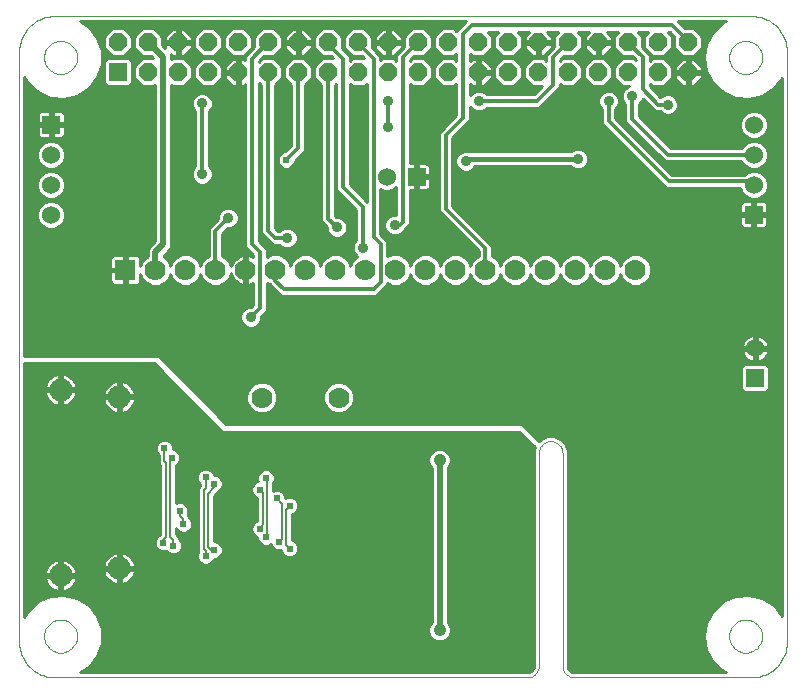
<source format=gbl>
G75*
%MOIN*%
%OFA0B0*%
%FSLAX24Y24*%
%IPPOS*%
%LPD*%
%AMOC8*
5,1,8,0,0,1.08239X$1,22.5*
%
%ADD10C,0.0000*%
%ADD11R,0.0600X0.0600*%
%ADD12OC8,0.0600*%
%ADD13C,0.0600*%
%ADD14R,0.0700X0.0700*%
%ADD15C,0.0700*%
%ADD16C,0.0768*%
%ADD17C,0.0100*%
%ADD18C,0.0356*%
%ADD19C,0.0240*%
%ADD20C,0.0160*%
%ADD21C,0.0118*%
%ADD22C,0.0197*%
%ADD23C,0.0060*%
%ADD24C,0.0413*%
D10*
X001331Y000150D02*
X017079Y000150D01*
X017118Y000152D01*
X017156Y000158D01*
X017193Y000167D01*
X017230Y000180D01*
X017265Y000197D01*
X017298Y000216D01*
X017329Y000239D01*
X017358Y000265D01*
X017384Y000294D01*
X017407Y000325D01*
X017426Y000358D01*
X017443Y000393D01*
X017456Y000430D01*
X017465Y000467D01*
X017471Y000505D01*
X017473Y000544D01*
X017473Y007630D01*
X017475Y007669D01*
X017481Y007707D01*
X017490Y007744D01*
X017503Y007781D01*
X017520Y007816D01*
X017539Y007849D01*
X017562Y007880D01*
X017588Y007909D01*
X017617Y007935D01*
X017648Y007958D01*
X017681Y007977D01*
X017716Y007994D01*
X017753Y008007D01*
X017790Y008016D01*
X017828Y008022D01*
X017867Y008024D01*
X017906Y008022D01*
X017944Y008016D01*
X017981Y008007D01*
X018018Y007994D01*
X018053Y007977D01*
X018086Y007958D01*
X018117Y007935D01*
X018146Y007909D01*
X018172Y007880D01*
X018195Y007849D01*
X018214Y007816D01*
X018231Y007781D01*
X018244Y007744D01*
X018253Y007707D01*
X018259Y007669D01*
X018261Y007630D01*
X018260Y007630D02*
X018260Y000544D01*
X018262Y000505D01*
X018268Y000467D01*
X018277Y000430D01*
X018290Y000393D01*
X018307Y000358D01*
X018326Y000325D01*
X018349Y000294D01*
X018375Y000265D01*
X018404Y000239D01*
X018435Y000216D01*
X018468Y000197D01*
X018503Y000180D01*
X018540Y000167D01*
X018577Y000158D01*
X018615Y000152D01*
X018654Y000150D01*
X024559Y000150D01*
X024625Y000152D01*
X024691Y000157D01*
X024757Y000167D01*
X024822Y000180D01*
X024886Y000196D01*
X024949Y000216D01*
X025011Y000240D01*
X025071Y000267D01*
X025130Y000297D01*
X025187Y000331D01*
X025242Y000368D01*
X025295Y000408D01*
X025346Y000450D01*
X025394Y000496D01*
X025440Y000544D01*
X025482Y000595D01*
X025522Y000648D01*
X025559Y000703D01*
X025593Y000760D01*
X025623Y000819D01*
X025650Y000879D01*
X025674Y000941D01*
X025694Y001004D01*
X025710Y001068D01*
X025723Y001133D01*
X025733Y001199D01*
X025738Y001265D01*
X025740Y001331D01*
X025741Y001331D02*
X025741Y021016D01*
X025740Y021016D02*
X025738Y021082D01*
X025733Y021148D01*
X025723Y021214D01*
X025710Y021279D01*
X025694Y021343D01*
X025674Y021406D01*
X025650Y021468D01*
X025623Y021528D01*
X025593Y021587D01*
X025559Y021644D01*
X025522Y021699D01*
X025482Y021752D01*
X025440Y021803D01*
X025394Y021851D01*
X025346Y021897D01*
X025295Y021939D01*
X025242Y021979D01*
X025187Y022016D01*
X025130Y022050D01*
X025071Y022080D01*
X025011Y022107D01*
X024949Y022131D01*
X024886Y022151D01*
X024822Y022167D01*
X024757Y022180D01*
X024691Y022190D01*
X024625Y022195D01*
X024559Y022197D01*
X001331Y022197D01*
X001265Y022195D01*
X001199Y022190D01*
X001133Y022180D01*
X001068Y022167D01*
X001004Y022151D01*
X000941Y022131D01*
X000879Y022107D01*
X000819Y022080D01*
X000760Y022050D01*
X000703Y022016D01*
X000648Y021979D01*
X000595Y021939D01*
X000544Y021897D01*
X000496Y021851D01*
X000450Y021803D01*
X000408Y021752D01*
X000368Y021699D01*
X000331Y021644D01*
X000297Y021587D01*
X000267Y021528D01*
X000240Y021468D01*
X000216Y021406D01*
X000196Y021343D01*
X000180Y021279D01*
X000167Y021214D01*
X000157Y021148D01*
X000152Y021082D01*
X000150Y021016D01*
X000150Y001331D01*
X000152Y001265D01*
X000157Y001199D01*
X000167Y001133D01*
X000180Y001068D01*
X000196Y001004D01*
X000216Y000941D01*
X000240Y000879D01*
X000267Y000819D01*
X000297Y000760D01*
X000331Y000703D01*
X000368Y000648D01*
X000408Y000595D01*
X000450Y000544D01*
X000496Y000496D01*
X000544Y000450D01*
X000595Y000408D01*
X000648Y000368D01*
X000703Y000331D01*
X000760Y000297D01*
X000819Y000267D01*
X000879Y000240D01*
X000941Y000216D01*
X001004Y000196D01*
X001068Y000180D01*
X001133Y000167D01*
X001199Y000157D01*
X001265Y000152D01*
X001331Y000150D01*
X000977Y001528D02*
X000979Y001575D01*
X000985Y001621D01*
X000995Y001667D01*
X001008Y001712D01*
X001026Y001755D01*
X001047Y001797D01*
X001071Y001837D01*
X001099Y001874D01*
X001130Y001909D01*
X001164Y001942D01*
X001200Y001971D01*
X001239Y001997D01*
X001280Y002020D01*
X001323Y002039D01*
X001367Y002055D01*
X001412Y002067D01*
X001458Y002075D01*
X001505Y002079D01*
X001551Y002079D01*
X001598Y002075D01*
X001644Y002067D01*
X001689Y002055D01*
X001733Y002039D01*
X001776Y002020D01*
X001817Y001997D01*
X001856Y001971D01*
X001892Y001942D01*
X001926Y001909D01*
X001957Y001874D01*
X001985Y001837D01*
X002009Y001797D01*
X002030Y001755D01*
X002048Y001712D01*
X002061Y001667D01*
X002071Y001621D01*
X002077Y001575D01*
X002079Y001528D01*
X002077Y001481D01*
X002071Y001435D01*
X002061Y001389D01*
X002048Y001344D01*
X002030Y001301D01*
X002009Y001259D01*
X001985Y001219D01*
X001957Y001182D01*
X001926Y001147D01*
X001892Y001114D01*
X001856Y001085D01*
X001817Y001059D01*
X001776Y001036D01*
X001733Y001017D01*
X001689Y001001D01*
X001644Y000989D01*
X001598Y000981D01*
X001551Y000977D01*
X001505Y000977D01*
X001458Y000981D01*
X001412Y000989D01*
X001367Y001001D01*
X001323Y001017D01*
X001280Y001036D01*
X001239Y001059D01*
X001200Y001085D01*
X001164Y001114D01*
X001130Y001147D01*
X001099Y001182D01*
X001071Y001219D01*
X001047Y001259D01*
X001026Y001301D01*
X001008Y001344D01*
X000995Y001389D01*
X000985Y001435D01*
X000979Y001481D01*
X000977Y001528D01*
X023812Y001528D02*
X023814Y001575D01*
X023820Y001621D01*
X023830Y001667D01*
X023843Y001712D01*
X023861Y001755D01*
X023882Y001797D01*
X023906Y001837D01*
X023934Y001874D01*
X023965Y001909D01*
X023999Y001942D01*
X024035Y001971D01*
X024074Y001997D01*
X024115Y002020D01*
X024158Y002039D01*
X024202Y002055D01*
X024247Y002067D01*
X024293Y002075D01*
X024340Y002079D01*
X024386Y002079D01*
X024433Y002075D01*
X024479Y002067D01*
X024524Y002055D01*
X024568Y002039D01*
X024611Y002020D01*
X024652Y001997D01*
X024691Y001971D01*
X024727Y001942D01*
X024761Y001909D01*
X024792Y001874D01*
X024820Y001837D01*
X024844Y001797D01*
X024865Y001755D01*
X024883Y001712D01*
X024896Y001667D01*
X024906Y001621D01*
X024912Y001575D01*
X024914Y001528D01*
X024912Y001481D01*
X024906Y001435D01*
X024896Y001389D01*
X024883Y001344D01*
X024865Y001301D01*
X024844Y001259D01*
X024820Y001219D01*
X024792Y001182D01*
X024761Y001147D01*
X024727Y001114D01*
X024691Y001085D01*
X024652Y001059D01*
X024611Y001036D01*
X024568Y001017D01*
X024524Y001001D01*
X024479Y000989D01*
X024433Y000981D01*
X024386Y000977D01*
X024340Y000977D01*
X024293Y000981D01*
X024247Y000989D01*
X024202Y001001D01*
X024158Y001017D01*
X024115Y001036D01*
X024074Y001059D01*
X024035Y001085D01*
X023999Y001114D01*
X023965Y001147D01*
X023934Y001182D01*
X023906Y001219D01*
X023882Y001259D01*
X023861Y001301D01*
X023843Y001344D01*
X023830Y001389D01*
X023820Y001435D01*
X023814Y001481D01*
X023812Y001528D01*
X023812Y020819D02*
X023814Y020866D01*
X023820Y020912D01*
X023830Y020958D01*
X023843Y021003D01*
X023861Y021046D01*
X023882Y021088D01*
X023906Y021128D01*
X023934Y021165D01*
X023965Y021200D01*
X023999Y021233D01*
X024035Y021262D01*
X024074Y021288D01*
X024115Y021311D01*
X024158Y021330D01*
X024202Y021346D01*
X024247Y021358D01*
X024293Y021366D01*
X024340Y021370D01*
X024386Y021370D01*
X024433Y021366D01*
X024479Y021358D01*
X024524Y021346D01*
X024568Y021330D01*
X024611Y021311D01*
X024652Y021288D01*
X024691Y021262D01*
X024727Y021233D01*
X024761Y021200D01*
X024792Y021165D01*
X024820Y021128D01*
X024844Y021088D01*
X024865Y021046D01*
X024883Y021003D01*
X024896Y020958D01*
X024906Y020912D01*
X024912Y020866D01*
X024914Y020819D01*
X024912Y020772D01*
X024906Y020726D01*
X024896Y020680D01*
X024883Y020635D01*
X024865Y020592D01*
X024844Y020550D01*
X024820Y020510D01*
X024792Y020473D01*
X024761Y020438D01*
X024727Y020405D01*
X024691Y020376D01*
X024652Y020350D01*
X024611Y020327D01*
X024568Y020308D01*
X024524Y020292D01*
X024479Y020280D01*
X024433Y020272D01*
X024386Y020268D01*
X024340Y020268D01*
X024293Y020272D01*
X024247Y020280D01*
X024202Y020292D01*
X024158Y020308D01*
X024115Y020327D01*
X024074Y020350D01*
X024035Y020376D01*
X023999Y020405D01*
X023965Y020438D01*
X023934Y020473D01*
X023906Y020510D01*
X023882Y020550D01*
X023861Y020592D01*
X023843Y020635D01*
X023830Y020680D01*
X023820Y020726D01*
X023814Y020772D01*
X023812Y020819D01*
X000977Y020819D02*
X000979Y020866D01*
X000985Y020912D01*
X000995Y020958D01*
X001008Y021003D01*
X001026Y021046D01*
X001047Y021088D01*
X001071Y021128D01*
X001099Y021165D01*
X001130Y021200D01*
X001164Y021233D01*
X001200Y021262D01*
X001239Y021288D01*
X001280Y021311D01*
X001323Y021330D01*
X001367Y021346D01*
X001412Y021358D01*
X001458Y021366D01*
X001505Y021370D01*
X001551Y021370D01*
X001598Y021366D01*
X001644Y021358D01*
X001689Y021346D01*
X001733Y021330D01*
X001776Y021311D01*
X001817Y021288D01*
X001856Y021262D01*
X001892Y021233D01*
X001926Y021200D01*
X001957Y021165D01*
X001985Y021128D01*
X002009Y021088D01*
X002030Y021046D01*
X002048Y021003D01*
X002061Y020958D01*
X002071Y020912D01*
X002077Y020866D01*
X002079Y020819D01*
X002077Y020772D01*
X002071Y020726D01*
X002061Y020680D01*
X002048Y020635D01*
X002030Y020592D01*
X002009Y020550D01*
X001985Y020510D01*
X001957Y020473D01*
X001926Y020438D01*
X001892Y020405D01*
X001856Y020376D01*
X001817Y020350D01*
X001776Y020327D01*
X001733Y020308D01*
X001689Y020292D01*
X001644Y020280D01*
X001598Y020272D01*
X001551Y020268D01*
X001505Y020268D01*
X001458Y020272D01*
X001412Y020280D01*
X001367Y020292D01*
X001323Y020308D01*
X001280Y020327D01*
X001239Y020350D01*
X001200Y020376D01*
X001164Y020405D01*
X001130Y020438D01*
X001099Y020473D01*
X001071Y020510D01*
X001047Y020550D01*
X001026Y020592D01*
X001008Y020635D01*
X000995Y020680D01*
X000985Y020726D01*
X000979Y020772D01*
X000977Y020819D01*
D11*
X003445Y020319D03*
X001213Y018579D03*
X013394Y016837D03*
X024638Y015579D03*
X024678Y010122D03*
D12*
X022445Y020319D03*
X021445Y020319D03*
X020445Y020319D03*
X019445Y020319D03*
X018445Y020319D03*
X017445Y020319D03*
X016445Y020319D03*
X015445Y020319D03*
X014445Y020319D03*
X013445Y020319D03*
X012445Y020319D03*
X011445Y020319D03*
X010445Y020319D03*
X009445Y020319D03*
X008445Y020319D03*
X007445Y020319D03*
X006445Y020319D03*
X005445Y020319D03*
X004445Y020319D03*
X004445Y021319D03*
X003445Y021319D03*
X005445Y021319D03*
X006445Y021319D03*
X007445Y021319D03*
X008445Y021319D03*
X009445Y021319D03*
X010445Y021319D03*
X011445Y021319D03*
X012445Y021319D03*
X013445Y021319D03*
X014445Y021319D03*
X015445Y021319D03*
X016445Y021319D03*
X017445Y021319D03*
X018445Y021319D03*
X019445Y021319D03*
X020445Y021319D03*
X021445Y021319D03*
X022445Y021319D03*
D13*
X024638Y018579D03*
X024638Y017579D03*
X024638Y016579D03*
X024678Y011122D03*
X012394Y016837D03*
X001213Y016579D03*
X001213Y017579D03*
X001213Y015579D03*
D14*
X003693Y013733D03*
D15*
X004693Y013733D03*
X005693Y013733D03*
X006693Y013733D03*
X007693Y013733D03*
X008693Y013733D03*
X009693Y013733D03*
X010693Y013733D03*
X011693Y013733D03*
X012693Y013733D03*
X013693Y013733D03*
X014693Y013733D03*
X015693Y013733D03*
X016693Y013733D03*
X017693Y013733D03*
X018693Y013733D03*
X019693Y013733D03*
X020693Y013733D03*
X010800Y009481D03*
X008241Y009481D03*
D16*
X003481Y009500D03*
X001532Y009737D03*
X003481Y003792D03*
X001532Y003556D03*
D17*
X001582Y003598D02*
X002982Y003598D01*
X002986Y003587D02*
X003024Y003512D01*
X003074Y003444D01*
X003133Y003385D01*
X003201Y003335D01*
X003276Y003297D01*
X003356Y003271D01*
X003431Y003259D01*
X003431Y003742D01*
X002948Y003742D01*
X002960Y003667D01*
X002986Y003587D01*
X003033Y003499D02*
X002063Y003499D01*
X002064Y003506D02*
X001582Y003506D01*
X001582Y003606D01*
X001482Y003606D01*
X001482Y004088D01*
X001407Y004076D01*
X001327Y004050D01*
X001252Y004012D01*
X001184Y003963D01*
X001125Y003903D01*
X001075Y003835D01*
X001037Y003760D01*
X001011Y003681D01*
X000999Y003606D01*
X001482Y003606D01*
X001482Y003506D01*
X000999Y003506D01*
X001011Y003430D01*
X001037Y003351D01*
X001075Y003276D01*
X001125Y003208D01*
X001184Y003148D01*
X001252Y003099D01*
X001327Y003061D01*
X001407Y003035D01*
X001482Y003023D01*
X001482Y003506D01*
X001582Y003506D01*
X001582Y003023D01*
X001657Y003035D01*
X001737Y003061D01*
X001812Y003099D01*
X001880Y003148D01*
X001939Y003208D01*
X001988Y003276D01*
X002027Y003351D01*
X002053Y003430D01*
X002064Y003506D01*
X002064Y003606D02*
X002053Y003681D01*
X002027Y003760D01*
X001988Y003835D01*
X001939Y003903D01*
X001880Y003963D01*
X001812Y004012D01*
X001737Y004050D01*
X001657Y004076D01*
X001582Y004088D01*
X001582Y003606D01*
X002064Y003606D01*
X002048Y003696D02*
X002955Y003696D01*
X002948Y003842D02*
X003431Y003842D01*
X003431Y004324D01*
X003356Y004312D01*
X003276Y004286D01*
X003201Y004248D01*
X003133Y004199D01*
X003074Y004140D01*
X003024Y004072D01*
X002986Y003997D01*
X002960Y003917D01*
X002948Y003842D01*
X002956Y003893D02*
X001947Y003893D01*
X002009Y003795D02*
X003431Y003795D01*
X003431Y003842D02*
X003431Y003742D01*
X003531Y003742D01*
X003531Y003842D01*
X003431Y003842D01*
X003431Y003893D02*
X003531Y003893D01*
X003531Y003842D02*
X003531Y004324D01*
X003606Y004312D01*
X003686Y004286D01*
X003761Y004248D01*
X003828Y004199D01*
X003888Y004140D01*
X003937Y004072D01*
X003975Y003997D01*
X004001Y003917D01*
X004013Y003842D01*
X003531Y003842D01*
X003531Y003795D02*
X013899Y003795D01*
X013899Y003893D02*
X004005Y003893D01*
X003977Y003992D02*
X006171Y003992D01*
X006204Y003958D02*
X006310Y003914D01*
X006425Y003914D01*
X006531Y003958D01*
X006612Y004039D01*
X006643Y004114D01*
X006703Y004114D01*
X006809Y004158D01*
X006890Y004239D01*
X006934Y004345D01*
X006934Y004459D01*
X006890Y004565D01*
X006809Y004646D01*
X006703Y004690D01*
X006629Y004690D01*
X006629Y006185D01*
X006804Y006360D01*
X006809Y006362D01*
X006890Y006443D01*
X006934Y006549D01*
X006934Y006664D01*
X006890Y006770D01*
X006809Y006851D01*
X006703Y006895D01*
X006649Y006895D01*
X006612Y006984D01*
X006531Y007065D01*
X006425Y007109D01*
X006310Y007109D01*
X006204Y007065D01*
X006123Y006984D01*
X006079Y006878D01*
X006079Y006764D01*
X006123Y006658D01*
X006172Y006609D01*
X006172Y006531D01*
X006112Y006471D01*
X006112Y004339D01*
X006079Y004259D01*
X006079Y004145D01*
X006123Y004039D01*
X006204Y003958D01*
X006102Y004090D02*
X003924Y004090D01*
X003839Y004189D02*
X006079Y004189D01*
X006091Y004287D02*
X005426Y004287D01*
X005454Y004299D02*
X005535Y004380D01*
X005579Y004486D01*
X005579Y004600D01*
X005535Y004706D01*
X005469Y004772D01*
X005469Y004817D01*
X005369Y004917D01*
X005369Y005128D01*
X005378Y005105D01*
X005459Y005024D01*
X005565Y004980D01*
X005680Y004980D01*
X005786Y005024D01*
X005867Y005105D01*
X005911Y005211D01*
X005911Y005325D01*
X005867Y005431D01*
X005821Y005477D01*
X005821Y005508D01*
X005761Y005567D01*
X005792Y005644D01*
X005792Y005758D01*
X005749Y005864D01*
X005668Y005945D01*
X005562Y005989D01*
X005447Y005989D01*
X005369Y005957D01*
X005369Y007219D01*
X005392Y007229D01*
X005473Y007310D01*
X005517Y007416D01*
X005517Y007530D01*
X005473Y007636D01*
X013878Y007636D01*
X013848Y007606D02*
X013791Y007469D01*
X013791Y007320D01*
X013848Y007182D01*
X013899Y007131D01*
X013899Y001988D01*
X013848Y001937D01*
X013791Y001799D01*
X013791Y001650D01*
X013848Y001512D01*
X013953Y001407D01*
X014091Y001350D01*
X014240Y001350D01*
X014378Y001407D01*
X014483Y001512D01*
X014541Y001650D01*
X014541Y001799D01*
X014483Y001937D01*
X014432Y001988D01*
X014432Y007131D01*
X014483Y007182D01*
X014541Y007320D01*
X014541Y007469D01*
X014483Y007606D01*
X014378Y007712D01*
X014240Y007769D01*
X014091Y007769D01*
X013953Y007712D01*
X013848Y007606D01*
X013819Y007538D02*
X005514Y007538D01*
X005517Y007439D02*
X013791Y007439D01*
X013791Y007341D02*
X005486Y007341D01*
X005405Y007242D02*
X013823Y007242D01*
X013886Y007144D02*
X005369Y007144D01*
X005369Y007045D02*
X006184Y007045D01*
X006108Y006947D02*
X005369Y006947D01*
X005369Y006848D02*
X006079Y006848D01*
X006085Y006750D02*
X005369Y006750D01*
X005369Y006651D02*
X006130Y006651D01*
X006172Y006553D02*
X005369Y006553D01*
X005369Y006454D02*
X006112Y006454D01*
X006112Y006356D02*
X005369Y006356D01*
X005369Y006257D02*
X006112Y006257D01*
X006112Y006159D02*
X005369Y006159D01*
X005369Y006060D02*
X006112Y006060D01*
X006112Y005962D02*
X005629Y005962D01*
X005749Y005863D02*
X006112Y005863D01*
X006112Y005765D02*
X005790Y005765D01*
X005792Y005666D02*
X006112Y005666D01*
X006112Y005568D02*
X005761Y005568D01*
X005829Y005469D02*
X006112Y005469D01*
X006112Y005371D02*
X005892Y005371D01*
X005911Y005272D02*
X006112Y005272D01*
X006112Y005174D02*
X005895Y005174D01*
X005837Y005075D02*
X006112Y005075D01*
X006112Y004977D02*
X005369Y004977D01*
X005369Y005075D02*
X005408Y005075D01*
X005408Y004878D02*
X006112Y004878D01*
X006112Y004780D02*
X005469Y004780D01*
X005545Y004681D02*
X006112Y004681D01*
X006112Y004583D02*
X005579Y004583D01*
X005578Y004484D02*
X006112Y004484D01*
X006112Y004386D02*
X005538Y004386D01*
X005454Y004299D02*
X005348Y004255D01*
X005234Y004255D01*
X005128Y004299D01*
X005057Y004369D01*
X005010Y004350D01*
X004896Y004350D01*
X004790Y004394D01*
X004709Y004475D01*
X004665Y004581D01*
X004665Y004695D01*
X004709Y004801D01*
X004790Y004882D01*
X004838Y004902D01*
X004853Y004917D01*
X004853Y007215D01*
X004794Y007273D01*
X004794Y007578D01*
X004748Y007625D01*
X004704Y007730D01*
X004704Y007845D01*
X004748Y007951D01*
X004829Y008032D01*
X004935Y008076D01*
X005050Y008076D01*
X005156Y008032D01*
X005237Y007951D01*
X005281Y007845D01*
X005281Y007761D01*
X005286Y007761D01*
X005392Y007717D01*
X005473Y007636D01*
X005350Y007735D02*
X014008Y007735D01*
X014323Y007735D02*
X017305Y007735D01*
X017305Y007742D02*
X017305Y000544D01*
X002498Y000544D01*
X002468Y000506D02*
X002749Y000867D01*
X002898Y001299D01*
X002898Y001757D01*
X002749Y002189D01*
X002468Y002550D01*
X002086Y002800D01*
X001643Y002912D01*
X001187Y002874D01*
X000768Y002690D01*
X000432Y002381D01*
X000318Y002170D01*
X000318Y010622D01*
X004638Y010622D01*
X006922Y008339D01*
X016804Y008339D01*
X017343Y007835D01*
X017305Y007742D01*
X017342Y007833D02*
X005281Y007833D01*
X005245Y007932D02*
X017240Y007932D01*
X017135Y008030D02*
X005158Y008030D01*
X004827Y008030D02*
X000318Y008030D01*
X000318Y007932D02*
X004740Y007932D01*
X004704Y007833D02*
X000318Y007833D01*
X000318Y007735D02*
X004704Y007735D01*
X004744Y007636D02*
X000318Y007636D01*
X000318Y007538D02*
X004794Y007538D01*
X004794Y007439D02*
X000318Y007439D01*
X000318Y007341D02*
X004794Y007341D01*
X004825Y007242D02*
X000318Y007242D01*
X000318Y007144D02*
X004853Y007144D01*
X004853Y007045D02*
X000318Y007045D01*
X000318Y006947D02*
X004853Y006947D01*
X004853Y006848D02*
X000318Y006848D01*
X000318Y006750D02*
X004853Y006750D01*
X004853Y006651D02*
X000318Y006651D01*
X000318Y006553D02*
X004853Y006553D01*
X004853Y006454D02*
X000318Y006454D01*
X000318Y006356D02*
X004853Y006356D01*
X004853Y006257D02*
X000318Y006257D01*
X000318Y006159D02*
X004853Y006159D01*
X004853Y006060D02*
X000318Y006060D01*
X000318Y005962D02*
X004853Y005962D01*
X004853Y005863D02*
X000318Y005863D01*
X000318Y005765D02*
X004853Y005765D01*
X004853Y005666D02*
X000318Y005666D01*
X000318Y005568D02*
X004853Y005568D01*
X004853Y005469D02*
X000318Y005469D01*
X000318Y005371D02*
X004853Y005371D01*
X004853Y005272D02*
X000318Y005272D01*
X000318Y005174D02*
X004853Y005174D01*
X004853Y005075D02*
X000318Y005075D01*
X000318Y004977D02*
X004853Y004977D01*
X004786Y004878D02*
X000318Y004878D01*
X000318Y004780D02*
X004700Y004780D01*
X004665Y004681D02*
X000318Y004681D01*
X000318Y004583D02*
X004665Y004583D01*
X004705Y004484D02*
X000318Y004484D01*
X000318Y004386D02*
X004810Y004386D01*
X005156Y004287D02*
X003684Y004287D01*
X003531Y004287D02*
X003431Y004287D01*
X003431Y004189D02*
X003531Y004189D01*
X003531Y004090D02*
X003431Y004090D01*
X003431Y003992D02*
X003531Y003992D01*
X003531Y003742D02*
X004013Y003742D01*
X004001Y003667D01*
X003975Y003587D01*
X003937Y003512D01*
X003888Y003444D01*
X003828Y003385D01*
X003761Y003335D01*
X003686Y003297D01*
X003606Y003271D01*
X003531Y003259D01*
X003531Y003742D01*
X003531Y003696D02*
X003431Y003696D01*
X003431Y003598D02*
X003531Y003598D01*
X003531Y003499D02*
X003431Y003499D01*
X003431Y003401D02*
X003531Y003401D01*
X003531Y003302D02*
X003431Y003302D01*
X003266Y003302D02*
X002002Y003302D01*
X002043Y003401D02*
X003117Y003401D01*
X003695Y003302D02*
X013899Y003302D01*
X013899Y003204D02*
X001935Y003204D01*
X001820Y003105D02*
X013899Y003105D01*
X013899Y003007D02*
X000318Y003007D01*
X000318Y003105D02*
X001244Y003105D01*
X001129Y003204D02*
X000318Y003204D01*
X000318Y003302D02*
X001062Y003302D01*
X001021Y003401D02*
X000318Y003401D01*
X000318Y003499D02*
X001000Y003499D01*
X001016Y003696D02*
X000318Y003696D01*
X000318Y003598D02*
X001482Y003598D01*
X001482Y003696D02*
X001582Y003696D01*
X001582Y003795D02*
X001482Y003795D01*
X001482Y003893D02*
X001582Y003893D01*
X001582Y003992D02*
X001482Y003992D01*
X001224Y003992D02*
X000318Y003992D01*
X000318Y004090D02*
X003038Y004090D01*
X002984Y003992D02*
X001840Y003992D01*
X001582Y003499D02*
X001482Y003499D01*
X001482Y003401D02*
X001582Y003401D01*
X001582Y003302D02*
X001482Y003302D01*
X001482Y003204D02*
X001582Y003204D01*
X001582Y003105D02*
X001482Y003105D01*
X001597Y002908D02*
X000318Y002908D01*
X000318Y002810D02*
X001040Y002810D01*
X000815Y002711D02*
X000318Y002711D01*
X000318Y002613D02*
X000684Y002613D01*
X000577Y002514D02*
X000318Y002514D01*
X000318Y002416D02*
X000470Y002416D01*
X000398Y002317D02*
X000318Y002317D01*
X000318Y002219D02*
X000344Y002219D01*
X001658Y002908D02*
X013899Y002908D01*
X013899Y002810D02*
X002047Y002810D01*
X002221Y002711D02*
X013899Y002711D01*
X013899Y002613D02*
X002372Y002613D01*
X002496Y002514D02*
X013899Y002514D01*
X013899Y002416D02*
X002573Y002416D01*
X002649Y002317D02*
X013899Y002317D01*
X013899Y002219D02*
X002726Y002219D01*
X002773Y002120D02*
X013899Y002120D01*
X013899Y002022D02*
X002807Y002022D01*
X002840Y001923D02*
X013842Y001923D01*
X013801Y001825D02*
X002874Y001825D01*
X002898Y001726D02*
X013791Y001726D01*
X013800Y001628D02*
X002898Y001628D01*
X002898Y001529D02*
X013841Y001529D01*
X013930Y001431D02*
X002898Y001431D01*
X002898Y001332D02*
X017305Y001332D01*
X017305Y001234D02*
X002875Y001234D01*
X002841Y001135D02*
X017305Y001135D01*
X017305Y001037D02*
X002807Y001037D01*
X002774Y000938D02*
X017305Y000938D01*
X017305Y000840D02*
X002728Y000840D01*
X002651Y000741D02*
X017305Y000741D01*
X017305Y000643D02*
X002574Y000643D01*
X002468Y000506D02*
X002180Y000318D01*
X017079Y000318D01*
X017123Y000322D01*
X017204Y000356D01*
X017267Y000418D01*
X017300Y000500D01*
X017305Y000544D01*
X017278Y000446D02*
X002375Y000446D01*
X002225Y000347D02*
X017182Y000347D01*
X018433Y000500D02*
X018466Y000418D01*
X018529Y000356D01*
X018610Y000322D01*
X018610Y000322D01*
X018654Y000318D01*
X023711Y000318D01*
X023603Y000365D01*
X023267Y000675D01*
X023049Y001077D01*
X022974Y001528D01*
X023049Y001979D01*
X023267Y002381D01*
X023603Y002690D01*
X024022Y002874D01*
X024477Y002912D01*
X024920Y002800D01*
X025303Y002550D01*
X025572Y002203D01*
X025572Y020144D01*
X025303Y019798D01*
X024920Y019548D01*
X024477Y019435D01*
X024022Y019473D01*
X023603Y019657D01*
X023267Y019966D01*
X023049Y020368D01*
X022974Y020819D01*
X023049Y021270D01*
X023267Y021672D01*
X023603Y021982D01*
X023711Y022029D01*
X022096Y022029D01*
X022149Y021976D01*
X022338Y021787D01*
X022639Y021787D01*
X022913Y021513D01*
X022913Y021125D01*
X022639Y020851D01*
X022251Y020851D01*
X021977Y021125D01*
X021977Y021506D01*
X021828Y021655D01*
X021771Y021655D01*
X021913Y021513D01*
X021913Y021125D01*
X021639Y020851D01*
X021251Y020851D01*
X020977Y021125D01*
X020977Y021513D01*
X021119Y021655D01*
X020771Y021655D01*
X020913Y021513D01*
X020913Y021165D01*
X021031Y021046D01*
X021165Y020913D01*
X021165Y020701D01*
X021251Y020787D01*
X021639Y020787D01*
X021913Y020513D01*
X021913Y020125D01*
X021639Y019851D01*
X021251Y019851D01*
X021165Y019938D01*
X021165Y019850D01*
X023393Y019850D01*
X023286Y019949D02*
X022711Y019949D01*
X022632Y019869D02*
X022495Y019869D01*
X022495Y020269D01*
X022395Y020269D01*
X022395Y019869D01*
X022259Y019869D01*
X021995Y020133D01*
X021995Y020269D01*
X022395Y020269D01*
X022395Y020369D01*
X021995Y020369D01*
X021995Y020506D01*
X022259Y020769D01*
X022395Y020769D01*
X022395Y020369D01*
X022495Y020369D01*
X022895Y020369D01*
X022895Y020506D01*
X022632Y020769D01*
X022495Y020769D01*
X022495Y020369D01*
X022495Y020269D01*
X022895Y020269D01*
X022895Y020133D01*
X022632Y019869D01*
X022495Y019949D02*
X022395Y019949D01*
X022395Y020047D02*
X022495Y020047D01*
X022495Y020146D02*
X022395Y020146D01*
X022395Y020244D02*
X022495Y020244D01*
X022495Y020343D02*
X023063Y020343D01*
X023037Y020441D02*
X022895Y020441D01*
X022861Y020540D02*
X023021Y020540D01*
X023004Y020638D02*
X022763Y020638D01*
X022664Y020737D02*
X022988Y020737D01*
X022977Y020835D02*
X021165Y020835D01*
X021165Y020737D02*
X021201Y020737D01*
X021169Y020934D02*
X021144Y020934D01*
X021071Y021032D02*
X021046Y021032D01*
X020977Y021131D02*
X020947Y021131D01*
X020977Y021229D02*
X020913Y021229D01*
X020913Y021328D02*
X020977Y021328D01*
X020977Y021426D02*
X020913Y021426D01*
X020902Y021525D02*
X020989Y021525D01*
X021087Y021623D02*
X020804Y021623D01*
X020119Y021655D02*
X019977Y021513D01*
X019977Y021125D01*
X020251Y020851D01*
X020584Y020851D01*
X020710Y020725D01*
X020710Y020716D01*
X020639Y020787D01*
X020251Y020787D01*
X019977Y020513D01*
X019977Y020125D01*
X020251Y019851D01*
X020478Y019851D01*
X020387Y019814D01*
X020290Y019716D01*
X020237Y019589D01*
X020237Y019451D01*
X020290Y019324D01*
X020356Y019258D01*
X020356Y018678D01*
X020489Y018545D01*
X021549Y017485D01*
X021682Y017352D01*
X024226Y017352D01*
X024241Y017314D01*
X024373Y017182D01*
X024545Y017111D01*
X024731Y017111D01*
X024903Y017182D01*
X025035Y017314D01*
X025106Y017486D01*
X025106Y017672D01*
X025035Y017844D01*
X024903Y017976D01*
X024731Y018047D01*
X024545Y018047D01*
X024373Y017976D01*
X024241Y017844D01*
X024226Y017806D01*
X021870Y017806D01*
X020810Y018866D01*
X020810Y019258D01*
X020877Y019324D01*
X020927Y019446D01*
X021222Y019150D01*
X021355Y019017D01*
X021502Y019017D01*
X021568Y018951D01*
X021695Y018898D01*
X021833Y018898D01*
X021960Y018951D01*
X022058Y019048D01*
X022110Y019176D01*
X022110Y019313D01*
X022058Y019441D01*
X021960Y019538D01*
X021833Y019591D01*
X021695Y019591D01*
X021568Y019538D01*
X021523Y019492D01*
X021165Y019850D01*
X021263Y019752D02*
X023500Y019752D01*
X023612Y019653D02*
X021362Y019653D01*
X021460Y019555D02*
X021608Y019555D01*
X021920Y019555D02*
X023836Y019555D01*
X024229Y019456D02*
X022042Y019456D01*
X022092Y019358D02*
X025572Y019358D01*
X025572Y019456D02*
X024559Y019456D01*
X024931Y019555D02*
X025572Y019555D01*
X025572Y019653D02*
X025082Y019653D01*
X025232Y019752D02*
X025572Y019752D01*
X025572Y019850D02*
X025344Y019850D01*
X025420Y019949D02*
X025572Y019949D01*
X025572Y020047D02*
X025497Y020047D01*
X025572Y019259D02*
X022110Y019259D01*
X022104Y019161D02*
X025572Y019161D01*
X025572Y019062D02*
X022063Y019062D01*
X021973Y018964D02*
X024361Y018964D01*
X024373Y018976D02*
X024241Y018844D01*
X024170Y018672D01*
X024170Y018486D01*
X024241Y018314D01*
X024373Y018182D01*
X024545Y018111D01*
X024731Y018111D01*
X024903Y018182D01*
X025035Y018314D01*
X025106Y018486D01*
X025106Y018672D01*
X025035Y018844D01*
X024903Y018976D01*
X024731Y019047D01*
X024545Y019047D01*
X024373Y018976D01*
X024262Y018865D02*
X020811Y018865D01*
X020810Y018964D02*
X021555Y018964D01*
X021310Y019062D02*
X020810Y019062D01*
X020810Y019161D02*
X021212Y019161D01*
X021113Y019259D02*
X020812Y019259D01*
X020890Y019358D02*
X021015Y019358D01*
X020354Y019259D02*
X020128Y019259D01*
X020142Y019294D02*
X020142Y019431D01*
X020089Y019559D01*
X019992Y019656D01*
X019865Y019709D01*
X019727Y019709D01*
X019600Y019656D01*
X019502Y019559D01*
X019449Y019431D01*
X019449Y019294D01*
X019502Y019166D01*
X019569Y019100D01*
X019569Y018599D01*
X021709Y016458D01*
X024182Y016458D01*
X024241Y016314D01*
X024373Y016182D01*
X024545Y016111D01*
X024731Y016111D01*
X024903Y016182D01*
X025035Y016314D01*
X025106Y016486D01*
X025106Y016672D01*
X025035Y016844D01*
X024903Y016976D01*
X024731Y017047D01*
X024545Y017047D01*
X024373Y016976D01*
X024310Y016913D01*
X021898Y016913D01*
X020023Y018787D01*
X020023Y019100D01*
X020089Y019166D01*
X020142Y019294D01*
X020142Y019358D02*
X020276Y019358D01*
X020237Y019456D02*
X020132Y019456D01*
X020091Y019555D02*
X020237Y019555D01*
X020263Y019653D02*
X019995Y019653D01*
X020325Y019752D02*
X018104Y019752D01*
X018172Y019820D02*
X018172Y019930D01*
X018251Y019851D01*
X018639Y019851D01*
X018913Y020125D01*
X018913Y020513D01*
X018639Y020787D01*
X018251Y020787D01*
X018172Y020708D01*
X018172Y020725D01*
X018298Y020851D01*
X018639Y020851D01*
X018913Y021125D01*
X018913Y021513D01*
X018771Y021655D01*
X019145Y021655D01*
X018995Y021506D01*
X018995Y021369D01*
X019395Y021369D01*
X019395Y021269D01*
X019495Y021269D01*
X019495Y020869D01*
X019632Y020869D01*
X019895Y021133D01*
X019895Y021269D01*
X019495Y021269D01*
X019495Y021369D01*
X019895Y021369D01*
X019895Y021506D01*
X019746Y021655D01*
X020119Y021655D01*
X020087Y021623D02*
X019778Y021623D01*
X019876Y021525D02*
X019989Y021525D01*
X019977Y021426D02*
X019895Y021426D01*
X019977Y021328D02*
X019495Y021328D01*
X019495Y021229D02*
X019395Y021229D01*
X019395Y021269D02*
X019395Y020869D01*
X019259Y020869D01*
X018995Y021133D01*
X018995Y021269D01*
X019395Y021269D01*
X019395Y021328D02*
X018913Y021328D01*
X018913Y021426D02*
X018995Y021426D01*
X019014Y021525D02*
X018902Y021525D01*
X018804Y021623D02*
X019113Y021623D01*
X018995Y021229D02*
X018913Y021229D01*
X018913Y021131D02*
X018998Y021131D01*
X019096Y021032D02*
X018820Y021032D01*
X018722Y020934D02*
X019195Y020934D01*
X019251Y020787D02*
X018977Y020513D01*
X018977Y020125D01*
X019251Y019851D01*
X019639Y019851D01*
X019913Y020125D01*
X019913Y020513D01*
X019639Y020787D01*
X019251Y020787D01*
X019201Y020737D02*
X018690Y020737D01*
X018789Y020638D02*
X019102Y020638D01*
X019004Y020540D02*
X018887Y020540D01*
X018913Y020441D02*
X018977Y020441D01*
X018977Y020343D02*
X018913Y020343D01*
X018913Y020244D02*
X018977Y020244D01*
X018977Y020146D02*
X018913Y020146D01*
X018835Y020047D02*
X019056Y020047D01*
X019154Y019949D02*
X018737Y019949D01*
X018172Y019850D02*
X020475Y019850D01*
X020154Y019949D02*
X019737Y019949D01*
X019835Y020047D02*
X020056Y020047D01*
X019977Y020146D02*
X019913Y020146D01*
X019913Y020244D02*
X019977Y020244D01*
X019977Y020343D02*
X019913Y020343D01*
X019913Y020441D02*
X019977Y020441D01*
X020004Y020540D02*
X019887Y020540D01*
X019789Y020638D02*
X020102Y020638D01*
X020201Y020737D02*
X019690Y020737D01*
X019696Y020934D02*
X020169Y020934D01*
X020071Y021032D02*
X019794Y021032D01*
X019893Y021131D02*
X019977Y021131D01*
X019977Y021229D02*
X019895Y021229D01*
X019495Y021131D02*
X019395Y021131D01*
X019395Y021032D02*
X019495Y021032D01*
X019495Y020934D02*
X019395Y020934D01*
X018282Y020835D02*
X020600Y020835D01*
X020690Y020737D02*
X020699Y020737D01*
X021690Y020737D02*
X022226Y020737D01*
X022128Y020638D02*
X021789Y020638D01*
X021887Y020540D02*
X022029Y020540D01*
X021995Y020441D02*
X021913Y020441D01*
X021913Y020343D02*
X022395Y020343D01*
X022395Y020441D02*
X022495Y020441D01*
X022495Y020540D02*
X022395Y020540D01*
X022395Y020638D02*
X022495Y020638D01*
X022495Y020737D02*
X022395Y020737D01*
X022169Y020934D02*
X021722Y020934D01*
X021820Y021032D02*
X022071Y021032D01*
X021977Y021131D02*
X021913Y021131D01*
X021913Y021229D02*
X021977Y021229D01*
X021977Y021328D02*
X021913Y021328D01*
X021913Y021426D02*
X021977Y021426D01*
X021958Y021525D02*
X021902Y021525D01*
X021860Y021623D02*
X021804Y021623D01*
X022108Y022017D02*
X023684Y022017D01*
X023534Y021919D02*
X022207Y021919D01*
X022305Y021820D02*
X023427Y021820D01*
X023320Y021722D02*
X022705Y021722D01*
X022804Y021623D02*
X023240Y021623D01*
X023187Y021525D02*
X022902Y021525D01*
X022913Y021426D02*
X023134Y021426D01*
X023080Y021328D02*
X022913Y021328D01*
X022913Y021229D02*
X023042Y021229D01*
X023026Y021131D02*
X022913Y021131D01*
X022820Y021032D02*
X023010Y021032D01*
X022993Y020934D02*
X022722Y020934D01*
X022895Y020244D02*
X023117Y020244D01*
X023170Y020146D02*
X022895Y020146D01*
X022809Y020047D02*
X023223Y020047D01*
X022180Y019949D02*
X021737Y019949D01*
X021835Y020047D02*
X022081Y020047D01*
X021995Y020146D02*
X021913Y020146D01*
X021913Y020244D02*
X021995Y020244D01*
X020356Y019161D02*
X020083Y019161D01*
X020023Y019062D02*
X020356Y019062D01*
X020356Y018964D02*
X020023Y018964D01*
X020023Y018865D02*
X020356Y018865D01*
X020356Y018767D02*
X020044Y018767D01*
X020142Y018668D02*
X020366Y018668D01*
X020464Y018570D02*
X020241Y018570D01*
X020339Y018471D02*
X020563Y018471D01*
X020661Y018373D02*
X020438Y018373D01*
X020536Y018274D02*
X020760Y018274D01*
X020858Y018176D02*
X020635Y018176D01*
X020733Y018077D02*
X020957Y018077D01*
X021055Y017979D02*
X020832Y017979D01*
X020930Y017880D02*
X021154Y017880D01*
X021252Y017782D02*
X021029Y017782D01*
X021127Y017683D02*
X021351Y017683D01*
X021449Y017585D02*
X021226Y017585D01*
X021324Y017486D02*
X021548Y017486D01*
X021646Y017388D02*
X021423Y017388D01*
X021521Y017289D02*
X024266Y017289D01*
X024365Y017191D02*
X021620Y017191D01*
X021718Y017092D02*
X025572Y017092D01*
X025572Y016994D02*
X024861Y016994D01*
X024984Y016895D02*
X025572Y016895D01*
X025572Y016797D02*
X025055Y016797D01*
X025096Y016698D02*
X025572Y016698D01*
X025572Y016600D02*
X025106Y016600D01*
X025106Y016501D02*
X025572Y016501D01*
X025572Y016403D02*
X025072Y016403D01*
X025025Y016304D02*
X025572Y016304D01*
X025572Y016206D02*
X024927Y016206D01*
X024958Y016029D02*
X024688Y016029D01*
X024688Y015629D01*
X024588Y015629D01*
X024588Y015529D01*
X024188Y015529D01*
X024188Y015259D01*
X024198Y015221D01*
X024218Y015187D01*
X024246Y015159D01*
X024280Y015139D01*
X024318Y015129D01*
X024588Y015129D01*
X024588Y015529D01*
X024688Y015529D01*
X024688Y015129D01*
X024958Y015129D01*
X024996Y015139D01*
X025030Y015159D01*
X025058Y015187D01*
X025078Y015221D01*
X025088Y015259D01*
X025088Y015529D01*
X024688Y015529D01*
X024688Y015629D01*
X025088Y015629D01*
X025088Y015899D01*
X025078Y015937D01*
X025058Y015971D01*
X025030Y015999D01*
X024996Y016019D01*
X024958Y016029D01*
X025014Y016009D02*
X025572Y016009D01*
X025572Y016107D02*
X014590Y016107D01*
X014590Y016009D02*
X024262Y016009D01*
X024246Y015999D02*
X024218Y015971D01*
X024198Y015937D01*
X024188Y015899D01*
X024188Y015629D01*
X024588Y015629D01*
X024588Y016029D01*
X024318Y016029D01*
X024280Y016019D01*
X024246Y015999D01*
X024191Y015910D02*
X014590Y015910D01*
X014590Y015874D02*
X014590Y018127D01*
X015180Y018717D01*
X015180Y019158D01*
X015269Y019069D01*
X015396Y019016D01*
X015534Y019016D01*
X015661Y019069D01*
X015727Y019135D01*
X017488Y019135D01*
X017621Y019269D01*
X018172Y019820D01*
X018006Y019653D02*
X019596Y019653D01*
X019500Y019555D02*
X017907Y019555D01*
X017809Y019456D02*
X019460Y019456D01*
X019449Y019358D02*
X017710Y019358D01*
X017612Y019259D02*
X019464Y019259D01*
X019508Y019161D02*
X017513Y019161D01*
X017300Y019590D02*
X015727Y019590D01*
X015661Y019656D01*
X015534Y019709D01*
X015396Y019709D01*
X015269Y019656D01*
X015180Y019568D01*
X015180Y019948D01*
X015259Y019869D01*
X015395Y019869D01*
X015395Y020269D01*
X015495Y020269D01*
X015495Y019869D01*
X015632Y019869D01*
X015895Y020133D01*
X015895Y020269D01*
X015495Y020269D01*
X015495Y020369D01*
X015395Y020369D01*
X015395Y020769D01*
X015259Y020769D01*
X015180Y020691D01*
X015180Y020922D01*
X015251Y020851D01*
X015639Y020851D01*
X015913Y021125D01*
X015913Y021513D01*
X015771Y021655D01*
X016119Y021655D01*
X015977Y021513D01*
X015977Y021125D01*
X016251Y020851D01*
X016639Y020851D01*
X016913Y021125D01*
X016913Y021513D01*
X016771Y021655D01*
X017145Y021655D01*
X016995Y021506D01*
X016995Y021369D01*
X017395Y021369D01*
X017395Y021269D01*
X017495Y021269D01*
X017495Y020869D01*
X017632Y020869D01*
X017895Y021133D01*
X017895Y021269D01*
X017495Y021269D01*
X017495Y021369D01*
X017895Y021369D01*
X017895Y021506D01*
X017746Y021655D01*
X018119Y021655D01*
X017977Y021513D01*
X017977Y021172D01*
X017851Y021046D01*
X017718Y020913D01*
X017718Y020708D01*
X017639Y020787D01*
X017251Y020787D01*
X016977Y020513D01*
X016977Y020125D01*
X017251Y019851D01*
X017561Y019851D01*
X017300Y019590D01*
X017363Y019653D02*
X015664Y019653D01*
X015266Y019653D02*
X015180Y019653D01*
X015180Y019752D02*
X017462Y019752D01*
X017560Y019850D02*
X015180Y019850D01*
X015395Y019949D02*
X015495Y019949D01*
X015495Y020047D02*
X015395Y020047D01*
X015395Y020146D02*
X015495Y020146D01*
X015495Y020244D02*
X015395Y020244D01*
X015495Y020343D02*
X015977Y020343D01*
X015895Y020369D02*
X015895Y020506D01*
X015632Y020769D01*
X015495Y020769D01*
X015495Y020369D01*
X015895Y020369D01*
X015895Y020441D02*
X015977Y020441D01*
X015977Y020513D02*
X015977Y020125D01*
X016251Y019851D01*
X016639Y019851D01*
X016913Y020125D01*
X016913Y020513D01*
X016639Y020787D01*
X016251Y020787D01*
X015977Y020513D01*
X016004Y020540D02*
X015861Y020540D01*
X015763Y020638D02*
X016102Y020638D01*
X016201Y020737D02*
X015664Y020737D01*
X015495Y020737D02*
X015395Y020737D01*
X015395Y020638D02*
X015495Y020638D01*
X015495Y020540D02*
X015395Y020540D01*
X015395Y020441D02*
X015495Y020441D01*
X015226Y020737D02*
X015180Y020737D01*
X015180Y020835D02*
X017718Y020835D01*
X017718Y020737D02*
X017690Y020737D01*
X017696Y020934D02*
X017738Y020934D01*
X017794Y021032D02*
X017837Y021032D01*
X017893Y021131D02*
X017935Y021131D01*
X017895Y021229D02*
X017977Y021229D01*
X017977Y021328D02*
X017495Y021328D01*
X017495Y021229D02*
X017395Y021229D01*
X017395Y021269D02*
X017395Y020869D01*
X017259Y020869D01*
X016995Y021133D01*
X016995Y021269D01*
X017395Y021269D01*
X017395Y021328D02*
X016913Y021328D01*
X016913Y021426D02*
X016995Y021426D01*
X017014Y021525D02*
X016902Y021525D01*
X016804Y021623D02*
X017113Y021623D01*
X016995Y021229D02*
X016913Y021229D01*
X016913Y021131D02*
X016998Y021131D01*
X017096Y021032D02*
X016820Y021032D01*
X016722Y020934D02*
X017195Y020934D01*
X017201Y020737D02*
X016690Y020737D01*
X016789Y020638D02*
X017102Y020638D01*
X017004Y020540D02*
X016887Y020540D01*
X016913Y020441D02*
X016977Y020441D01*
X016977Y020343D02*
X016913Y020343D01*
X016913Y020244D02*
X016977Y020244D01*
X016977Y020146D02*
X016913Y020146D01*
X016835Y020047D02*
X017056Y020047D01*
X017154Y019949D02*
X016737Y019949D01*
X016154Y019949D02*
X015711Y019949D01*
X015809Y020047D02*
X016056Y020047D01*
X015977Y020146D02*
X015895Y020146D01*
X015895Y020244D02*
X015977Y020244D01*
X016169Y020934D02*
X015722Y020934D01*
X015820Y021032D02*
X016071Y021032D01*
X015977Y021131D02*
X015913Y021131D01*
X015913Y021229D02*
X015977Y021229D01*
X015977Y021328D02*
X015913Y021328D01*
X015913Y021426D02*
X015977Y021426D01*
X015989Y021525D02*
X015902Y021525D01*
X015804Y021623D02*
X016087Y021623D01*
X015054Y022029D02*
X014859Y021834D01*
X014726Y021701D01*
X014726Y021701D01*
X014639Y021787D01*
X014251Y021787D01*
X013977Y021513D01*
X013977Y021125D01*
X014251Y020851D01*
X014639Y020851D01*
X014726Y020938D01*
X014726Y020701D01*
X014639Y020787D01*
X014251Y020787D01*
X013977Y020513D01*
X013977Y020125D01*
X014251Y019851D01*
X014639Y019851D01*
X014726Y019938D01*
X014726Y018906D01*
X014269Y018448D01*
X014135Y018315D01*
X014135Y015686D01*
X014269Y015553D01*
X015466Y014355D01*
X015466Y014199D01*
X015400Y014172D01*
X015254Y014026D01*
X015193Y013879D01*
X015133Y014026D01*
X014987Y014172D01*
X014796Y014251D01*
X014590Y014251D01*
X014400Y014172D01*
X014254Y014026D01*
X014193Y013879D01*
X014133Y014026D01*
X013987Y014172D01*
X013796Y014251D01*
X013590Y014251D01*
X013400Y014172D01*
X013254Y014026D01*
X013193Y013879D01*
X013133Y014026D01*
X012987Y014172D01*
X012796Y014251D01*
X012590Y014251D01*
X012424Y014182D01*
X012424Y014693D01*
X012188Y014929D01*
X012188Y016416D01*
X012301Y016369D01*
X012487Y016369D01*
X012659Y016440D01*
X012718Y016499D01*
X012718Y015575D01*
X012601Y015575D01*
X012474Y015522D01*
X012376Y015425D01*
X012323Y015298D01*
X012323Y015160D01*
X012376Y015033D01*
X012474Y014935D01*
X012601Y014883D01*
X012739Y014883D01*
X012866Y014935D01*
X012963Y015033D01*
X012971Y015051D01*
X013172Y015253D01*
X013172Y016387D01*
X013344Y016387D01*
X013344Y016787D01*
X013444Y016787D01*
X013444Y016387D01*
X013714Y016387D01*
X013752Y016397D01*
X013786Y016417D01*
X013814Y016445D01*
X013834Y016479D01*
X013844Y016517D01*
X013844Y016787D01*
X013444Y016787D01*
X013444Y016887D01*
X013344Y016887D01*
X013344Y017287D01*
X013172Y017287D01*
X013172Y019930D01*
X013251Y019851D01*
X013639Y019851D01*
X013913Y020125D01*
X013913Y020513D01*
X013639Y020787D01*
X013251Y020787D01*
X013172Y020708D01*
X013172Y020725D01*
X013298Y020851D01*
X013639Y020851D01*
X013913Y021125D01*
X013913Y021513D01*
X013639Y021787D01*
X013251Y021787D01*
X012977Y021513D01*
X012977Y021172D01*
X012851Y021046D01*
X012718Y020913D01*
X012718Y020708D01*
X012639Y020787D01*
X012251Y020787D01*
X012188Y020724D01*
X012188Y020874D01*
X012055Y021007D01*
X011913Y021149D01*
X011913Y021513D01*
X011639Y021787D01*
X011251Y021787D01*
X010977Y021513D01*
X010977Y021125D01*
X011251Y020851D01*
X011569Y020851D01*
X011632Y020787D01*
X011251Y020787D01*
X011165Y020701D01*
X011165Y020874D01*
X011031Y021007D01*
X010913Y021125D01*
X010913Y021125D01*
X010913Y021513D01*
X010639Y021787D01*
X010251Y021787D01*
X009977Y021513D01*
X009977Y021125D01*
X010251Y020851D01*
X010545Y020851D01*
X010609Y020787D01*
X010251Y020787D01*
X009977Y020513D01*
X009977Y020125D01*
X010218Y019884D01*
X010218Y015351D01*
X010394Y015175D01*
X010394Y015081D01*
X010447Y014954D01*
X010544Y014856D01*
X010672Y014804D01*
X010809Y014804D01*
X010937Y014856D01*
X011034Y014954D01*
X011087Y015081D01*
X011087Y015219D01*
X011034Y015346D01*
X010937Y015444D01*
X010809Y015496D01*
X010716Y015496D01*
X010672Y015539D01*
X010672Y019884D01*
X010710Y019922D01*
X010710Y016394D01*
X011380Y015725D01*
X011380Y014743D01*
X011313Y014677D01*
X011260Y014550D01*
X011260Y014412D01*
X011313Y014285D01*
X011411Y014187D01*
X011424Y014182D01*
X011400Y014172D01*
X011254Y014026D01*
X011193Y013879D01*
X011133Y014026D01*
X010987Y014172D01*
X010796Y014251D01*
X010590Y014251D01*
X010400Y014172D01*
X010254Y014026D01*
X010193Y013879D01*
X010133Y014026D01*
X009987Y014172D01*
X009796Y014251D01*
X009590Y014251D01*
X009400Y014172D01*
X009254Y014026D01*
X009193Y013879D01*
X009133Y014026D01*
X008987Y014172D01*
X008796Y014251D01*
X008590Y014251D01*
X008409Y014176D01*
X008409Y014417D01*
X008276Y014550D01*
X008133Y014693D01*
X008133Y019969D01*
X008218Y019884D01*
X008218Y014950D01*
X008599Y014569D01*
X008825Y014569D01*
X008891Y014502D01*
X009018Y014449D01*
X009156Y014449D01*
X009283Y014502D01*
X009381Y014600D01*
X009433Y014727D01*
X009433Y014865D01*
X009381Y014992D01*
X009283Y015089D01*
X009156Y015142D01*
X009018Y015142D01*
X008891Y015089D01*
X008825Y015023D01*
X008787Y015023D01*
X008672Y015138D01*
X008672Y019884D01*
X008913Y020125D01*
X008913Y020513D01*
X008639Y020787D01*
X008251Y020787D01*
X008133Y020669D01*
X008133Y020686D01*
X008298Y020851D01*
X008639Y020851D01*
X008913Y021125D01*
X008913Y021513D01*
X008639Y021787D01*
X008251Y021787D01*
X007977Y021513D01*
X007977Y021172D01*
X007812Y021007D01*
X007679Y020874D01*
X007679Y020722D01*
X007632Y020769D01*
X007495Y020769D01*
X007495Y020369D01*
X007395Y020369D01*
X007395Y020269D01*
X007495Y020269D01*
X007495Y019869D01*
X007632Y019869D01*
X007679Y019916D01*
X007679Y014505D01*
X007954Y014229D01*
X007954Y014161D01*
X007885Y014196D01*
X007810Y014220D01*
X007742Y014231D01*
X007742Y013781D01*
X007645Y013781D01*
X007645Y014231D01*
X007576Y014220D01*
X007501Y014196D01*
X007431Y014160D01*
X007368Y014114D01*
X007312Y014058D01*
X007266Y013995D01*
X007230Y013925D01*
X007206Y013850D01*
X007206Y013850D01*
X007133Y014026D01*
X006987Y014172D01*
X006920Y014199D01*
X006920Y014946D01*
X007094Y015119D01*
X007187Y015119D01*
X007315Y015171D01*
X007412Y015269D01*
X007465Y015396D01*
X007465Y015534D01*
X007412Y015661D01*
X007315Y015758D01*
X007187Y015811D01*
X007050Y015811D01*
X006922Y015758D01*
X006825Y015661D01*
X006772Y015534D01*
X006772Y015440D01*
X006466Y015134D01*
X006466Y014199D01*
X006400Y014172D01*
X006254Y014026D01*
X006193Y013879D01*
X006133Y014026D01*
X005987Y014172D01*
X005796Y014251D01*
X005590Y014251D01*
X005400Y014172D01*
X005254Y014026D01*
X005193Y013879D01*
X005133Y014026D01*
X004987Y014172D01*
X004960Y014183D01*
X004960Y014213D01*
X005104Y014357D01*
X005179Y014432D01*
X005220Y014530D01*
X005220Y019883D01*
X005251Y019851D01*
X005639Y019851D01*
X005913Y020125D01*
X005913Y020513D01*
X005639Y020787D01*
X005251Y020787D01*
X005220Y020756D01*
X005220Y020872D01*
X005194Y020934D01*
X005259Y020869D01*
X005395Y020869D01*
X005395Y021269D01*
X004995Y021269D01*
X004995Y021146D01*
X004913Y021228D01*
X004913Y021513D01*
X004639Y021787D01*
X004251Y021787D01*
X003977Y021513D01*
X003977Y021125D01*
X004251Y020851D01*
X004536Y020851D01*
X004600Y020787D01*
X004251Y020787D01*
X003977Y020513D01*
X003977Y020125D01*
X004251Y019851D01*
X004639Y019851D01*
X004687Y019899D01*
X004687Y014693D01*
X004542Y014549D01*
X004467Y014474D01*
X004427Y014376D01*
X004427Y014183D01*
X004400Y014172D01*
X004254Y014026D01*
X004193Y013879D01*
X004193Y014102D01*
X004183Y014141D01*
X004163Y014175D01*
X004135Y014203D01*
X004101Y014222D01*
X004063Y014233D01*
X003742Y014233D01*
X003742Y013781D01*
X003645Y013781D01*
X003645Y013684D01*
X003742Y013684D01*
X003742Y013233D01*
X004063Y013233D01*
X004101Y013243D01*
X004135Y013263D01*
X004163Y013291D01*
X004183Y013325D01*
X004193Y013363D01*
X004193Y013586D01*
X004254Y013439D01*
X004400Y013293D01*
X004590Y013215D01*
X004796Y013215D01*
X004987Y013293D01*
X005133Y013439D01*
X005193Y013586D01*
X005254Y013439D01*
X005400Y013293D01*
X005590Y013215D01*
X005796Y013215D01*
X005987Y013293D01*
X006133Y013439D01*
X006193Y013586D01*
X006254Y013439D01*
X006400Y013293D01*
X006590Y013215D01*
X006796Y013215D01*
X006987Y013293D01*
X007133Y013439D01*
X007206Y013616D01*
X007206Y013616D01*
X007230Y013541D01*
X007266Y013471D01*
X007312Y013407D01*
X007368Y013351D01*
X007431Y013305D01*
X007501Y013269D01*
X007576Y013245D01*
X007645Y013234D01*
X007645Y013684D01*
X007742Y013684D01*
X007742Y013234D01*
X007810Y013245D01*
X007885Y013269D01*
X007954Y013305D01*
X007954Y012567D01*
X007891Y012504D01*
X007798Y012504D01*
X007670Y012451D01*
X007573Y012354D01*
X007520Y012227D01*
X007520Y012089D01*
X007573Y011962D01*
X007670Y011864D01*
X007798Y011812D01*
X007935Y011812D01*
X008063Y011864D01*
X008160Y011962D01*
X008213Y012089D01*
X008213Y012183D01*
X008409Y012379D01*
X008409Y013290D01*
X008497Y013253D01*
X008742Y013009D01*
X008875Y012876D01*
X012055Y012876D01*
X012291Y013112D01*
X012424Y013245D01*
X012424Y013283D01*
X012590Y013215D01*
X012796Y013215D01*
X012987Y013293D01*
X013133Y013439D01*
X013193Y013586D01*
X013254Y013439D01*
X013400Y013293D01*
X013590Y013215D01*
X013796Y013215D01*
X013987Y013293D01*
X014133Y013439D01*
X014193Y013586D01*
X014254Y013439D01*
X014400Y013293D01*
X014590Y013215D01*
X014796Y013215D01*
X014987Y013293D01*
X015133Y013439D01*
X015193Y013586D01*
X015254Y013439D01*
X015400Y013293D01*
X015590Y013215D01*
X015796Y013215D01*
X015987Y013293D01*
X016133Y013439D01*
X016193Y013586D01*
X016254Y013439D01*
X016400Y013293D01*
X016590Y013215D01*
X016796Y013215D01*
X016987Y013293D01*
X017133Y013439D01*
X017193Y013586D01*
X017254Y013439D01*
X017400Y013293D01*
X017590Y013215D01*
X017796Y013215D01*
X017987Y013293D01*
X018133Y013439D01*
X018193Y013586D01*
X018254Y013439D01*
X018400Y013293D01*
X018590Y013215D01*
X018796Y013215D01*
X018987Y013293D01*
X019133Y013439D01*
X019193Y013586D01*
X019254Y013439D01*
X019400Y013293D01*
X019590Y013215D01*
X019796Y013215D01*
X019987Y013293D01*
X020133Y013439D01*
X020193Y013586D01*
X020254Y013439D01*
X020400Y013293D01*
X020590Y013215D01*
X020796Y013215D01*
X020987Y013293D01*
X021133Y013439D01*
X021211Y013630D01*
X021211Y013836D01*
X021133Y014026D01*
X020987Y014172D01*
X020796Y014251D01*
X020590Y014251D01*
X020400Y014172D01*
X020254Y014026D01*
X020193Y013879D01*
X020133Y014026D01*
X019987Y014172D01*
X019796Y014251D01*
X019590Y014251D01*
X019400Y014172D01*
X019254Y014026D01*
X019193Y013879D01*
X019133Y014026D01*
X018987Y014172D01*
X018796Y014251D01*
X018590Y014251D01*
X018400Y014172D01*
X018254Y014026D01*
X018193Y013879D01*
X018133Y014026D01*
X017987Y014172D01*
X017796Y014251D01*
X017590Y014251D01*
X017400Y014172D01*
X017254Y014026D01*
X017193Y013879D01*
X017133Y014026D01*
X016987Y014172D01*
X016796Y014251D01*
X016590Y014251D01*
X016400Y014172D01*
X016254Y014026D01*
X016193Y013879D01*
X016133Y014026D01*
X015987Y014172D01*
X015920Y014199D01*
X015920Y014543D01*
X015787Y014676D01*
X014590Y015874D01*
X014652Y015812D02*
X024188Y015812D01*
X024188Y015713D02*
X014751Y015713D01*
X014849Y015615D02*
X024588Y015615D01*
X024588Y015713D02*
X024688Y015713D01*
X024688Y015615D02*
X025572Y015615D01*
X025572Y015713D02*
X025088Y015713D01*
X025088Y015812D02*
X025572Y015812D01*
X025572Y015910D02*
X025085Y015910D01*
X024688Y015910D02*
X024588Y015910D01*
X024588Y015812D02*
X024688Y015812D01*
X024688Y016009D02*
X024588Y016009D01*
X024350Y016206D02*
X014590Y016206D01*
X014590Y016304D02*
X024251Y016304D01*
X024205Y016403D02*
X014590Y016403D01*
X014590Y016501D02*
X021667Y016501D01*
X021568Y016600D02*
X014590Y016600D01*
X014590Y016698D02*
X021470Y016698D01*
X021371Y016797D02*
X014590Y016797D01*
X014590Y016895D02*
X021273Y016895D01*
X021174Y016994D02*
X014590Y016994D01*
X014590Y017092D02*
X014805Y017092D01*
X014836Y017061D02*
X014963Y017009D01*
X015101Y017009D01*
X015228Y017061D01*
X015325Y017159D01*
X015336Y017185D01*
X018531Y017185D01*
X018576Y017140D01*
X018703Y017087D01*
X018841Y017087D01*
X018968Y017140D01*
X019066Y017237D01*
X019118Y017365D01*
X019118Y017502D01*
X019066Y017630D01*
X018968Y017727D01*
X018841Y017780D01*
X018703Y017780D01*
X018576Y017727D01*
X018531Y017682D01*
X015148Y017682D01*
X015101Y017701D01*
X014963Y017701D01*
X014836Y017648D01*
X014738Y017551D01*
X014686Y017424D01*
X014686Y017286D01*
X014738Y017159D01*
X014836Y017061D01*
X014725Y017191D02*
X014590Y017191D01*
X014590Y017289D02*
X014686Y017289D01*
X014686Y017388D02*
X014590Y017388D01*
X014590Y017486D02*
X014712Y017486D01*
X014772Y017585D02*
X014590Y017585D01*
X014590Y017683D02*
X014920Y017683D01*
X015144Y017683D02*
X018532Y017683D01*
X019012Y017683D02*
X020485Y017683D01*
X020583Y017585D02*
X019084Y017585D01*
X019118Y017486D02*
X020682Y017486D01*
X020780Y017388D02*
X019118Y017388D01*
X019087Y017289D02*
X020879Y017289D01*
X020977Y017191D02*
X019019Y017191D01*
X018852Y017092D02*
X021076Y017092D01*
X021817Y016994D02*
X024415Y016994D01*
X024912Y017191D02*
X025572Y017191D01*
X025572Y017289D02*
X025010Y017289D01*
X025066Y017388D02*
X025572Y017388D01*
X025572Y017486D02*
X025106Y017486D01*
X025106Y017585D02*
X025572Y017585D01*
X025572Y017683D02*
X025102Y017683D01*
X025061Y017782D02*
X025572Y017782D01*
X025572Y017880D02*
X024999Y017880D01*
X024897Y017979D02*
X025572Y017979D01*
X025572Y018077D02*
X021599Y018077D01*
X021501Y018176D02*
X024389Y018176D01*
X024281Y018274D02*
X021402Y018274D01*
X021304Y018373D02*
X024217Y018373D01*
X024176Y018471D02*
X021205Y018471D01*
X021107Y018570D02*
X024170Y018570D01*
X024170Y018668D02*
X021008Y018668D01*
X020910Y018767D02*
X024209Y018767D01*
X024916Y018964D02*
X025572Y018964D01*
X025572Y018865D02*
X025014Y018865D01*
X025067Y018767D02*
X025572Y018767D01*
X025572Y018668D02*
X025106Y018668D01*
X025106Y018570D02*
X025572Y018570D01*
X025572Y018471D02*
X025100Y018471D01*
X025059Y018373D02*
X025572Y018373D01*
X025572Y018274D02*
X024995Y018274D01*
X024887Y018176D02*
X025572Y018176D01*
X024379Y017979D02*
X021698Y017979D01*
X021796Y017880D02*
X024277Y017880D01*
X024188Y015516D02*
X014948Y015516D01*
X015046Y015418D02*
X024188Y015418D01*
X024188Y015319D02*
X015145Y015319D01*
X015243Y015221D02*
X024199Y015221D01*
X024588Y015221D02*
X024688Y015221D01*
X024688Y015319D02*
X024588Y015319D01*
X024588Y015418D02*
X024688Y015418D01*
X024688Y015516D02*
X024588Y015516D01*
X025088Y015516D02*
X025572Y015516D01*
X025572Y015418D02*
X025088Y015418D01*
X025088Y015319D02*
X025572Y015319D01*
X025572Y015221D02*
X025078Y015221D01*
X025572Y015122D02*
X015342Y015122D01*
X015440Y015024D02*
X025572Y015024D01*
X025572Y014925D02*
X015539Y014925D01*
X015637Y014827D02*
X025572Y014827D01*
X025572Y014728D02*
X015736Y014728D01*
X015834Y014630D02*
X025572Y014630D01*
X025572Y014531D02*
X015920Y014531D01*
X015920Y014433D02*
X025572Y014433D01*
X025572Y014334D02*
X015920Y014334D01*
X015920Y014236D02*
X016553Y014236D01*
X016365Y014137D02*
X016022Y014137D01*
X016120Y014039D02*
X016266Y014039D01*
X016218Y013940D02*
X016168Y013940D01*
X016177Y013546D02*
X016210Y013546D01*
X016251Y013448D02*
X016136Y013448D01*
X016042Y013349D02*
X016344Y013349D01*
X016503Y013251D02*
X015883Y013251D01*
X015503Y013251D02*
X014883Y013251D01*
X015042Y013349D02*
X015344Y013349D01*
X015251Y013448D02*
X015136Y013448D01*
X015177Y013546D02*
X015210Y013546D01*
X015218Y013940D02*
X015168Y013940D01*
X015120Y014039D02*
X015266Y014039D01*
X015365Y014137D02*
X015022Y014137D01*
X014833Y014236D02*
X015466Y014236D01*
X015466Y014334D02*
X012424Y014334D01*
X012424Y014236D02*
X012553Y014236D01*
X012424Y014433D02*
X015389Y014433D01*
X015290Y014531D02*
X012424Y014531D01*
X012424Y014630D02*
X015192Y014630D01*
X015093Y014728D02*
X012389Y014728D01*
X012291Y014827D02*
X014995Y014827D01*
X014896Y014925D02*
X012841Y014925D01*
X012954Y015024D02*
X014798Y015024D01*
X014699Y015122D02*
X013042Y015122D01*
X013140Y015221D02*
X014601Y015221D01*
X014502Y015319D02*
X013172Y015319D01*
X013172Y015418D02*
X014404Y015418D01*
X014305Y015516D02*
X013172Y015516D01*
X013172Y015615D02*
X014207Y015615D01*
X014135Y015713D02*
X013172Y015713D01*
X013172Y015812D02*
X014135Y015812D01*
X014135Y015910D02*
X013172Y015910D01*
X013172Y016009D02*
X014135Y016009D01*
X014135Y016107D02*
X013172Y016107D01*
X013172Y016206D02*
X014135Y016206D01*
X014135Y016304D02*
X013172Y016304D01*
X013344Y016403D02*
X013444Y016403D01*
X013444Y016501D02*
X013344Y016501D01*
X013344Y016600D02*
X013444Y016600D01*
X013444Y016698D02*
X013344Y016698D01*
X013444Y016797D02*
X014135Y016797D01*
X014135Y016895D02*
X013844Y016895D01*
X013844Y016887D02*
X013844Y017157D01*
X013834Y017195D01*
X013814Y017229D01*
X013786Y017257D01*
X013752Y017277D01*
X013714Y017287D01*
X013444Y017287D01*
X013444Y016887D01*
X013844Y016887D01*
X013844Y016994D02*
X014135Y016994D01*
X014135Y017092D02*
X013844Y017092D01*
X013835Y017191D02*
X014135Y017191D01*
X014135Y017289D02*
X013172Y017289D01*
X013172Y017388D02*
X014135Y017388D01*
X014135Y017486D02*
X013172Y017486D01*
X013172Y017585D02*
X014135Y017585D01*
X014135Y017683D02*
X013172Y017683D01*
X013172Y017782D02*
X014135Y017782D01*
X014135Y017880D02*
X013172Y017880D01*
X013172Y017979D02*
X014135Y017979D01*
X014135Y018077D02*
X013172Y018077D01*
X013172Y018176D02*
X014135Y018176D01*
X014135Y018274D02*
X013172Y018274D01*
X013172Y018373D02*
X014193Y018373D01*
X014292Y018471D02*
X013172Y018471D01*
X013172Y018570D02*
X014390Y018570D01*
X014489Y018668D02*
X013172Y018668D01*
X013172Y018767D02*
X014587Y018767D01*
X014686Y018865D02*
X013172Y018865D01*
X013172Y018964D02*
X014726Y018964D01*
X014726Y019062D02*
X013172Y019062D01*
X013172Y019161D02*
X014726Y019161D01*
X014726Y019259D02*
X013172Y019259D01*
X013172Y019358D02*
X014726Y019358D01*
X014726Y019456D02*
X013172Y019456D01*
X013172Y019555D02*
X014726Y019555D01*
X014726Y019653D02*
X013172Y019653D01*
X013172Y019752D02*
X014726Y019752D01*
X014726Y019850D02*
X013172Y019850D01*
X013737Y019949D02*
X014154Y019949D01*
X014056Y020047D02*
X013835Y020047D01*
X013913Y020146D02*
X013977Y020146D01*
X013977Y020244D02*
X013913Y020244D01*
X013913Y020343D02*
X013977Y020343D01*
X013977Y020441D02*
X013913Y020441D01*
X013887Y020540D02*
X014004Y020540D01*
X014102Y020638D02*
X013789Y020638D01*
X013690Y020737D02*
X014201Y020737D01*
X014169Y020934D02*
X013722Y020934D01*
X013820Y021032D02*
X014071Y021032D01*
X013977Y021131D02*
X013913Y021131D01*
X013913Y021229D02*
X013977Y021229D01*
X013977Y021328D02*
X013913Y021328D01*
X013913Y021426D02*
X013977Y021426D01*
X013989Y021525D02*
X013902Y021525D01*
X013804Y021623D02*
X014087Y021623D01*
X014186Y021722D02*
X013705Y021722D01*
X013186Y021722D02*
X012679Y021722D01*
X012632Y021769D02*
X012495Y021769D01*
X012495Y021369D01*
X012895Y021369D01*
X012895Y021506D01*
X012632Y021769D01*
X012495Y021722D02*
X012395Y021722D01*
X012395Y021769D02*
X012259Y021769D01*
X011995Y021506D01*
X011995Y021369D01*
X012395Y021369D01*
X012395Y021269D01*
X012495Y021269D01*
X012495Y020869D01*
X012632Y020869D01*
X012895Y021133D01*
X012895Y021269D01*
X012495Y021269D01*
X012495Y021369D01*
X012395Y021369D01*
X012395Y021769D01*
X012395Y021623D02*
X012495Y021623D01*
X012495Y021525D02*
X012395Y021525D01*
X012395Y021426D02*
X012495Y021426D01*
X012495Y021328D02*
X012977Y021328D01*
X012977Y021426D02*
X012895Y021426D01*
X012876Y021525D02*
X012989Y021525D01*
X013087Y021623D02*
X012778Y021623D01*
X012395Y021328D02*
X011913Y021328D01*
X011913Y021426D02*
X011995Y021426D01*
X012014Y021525D02*
X011902Y021525D01*
X011804Y021623D02*
X012113Y021623D01*
X012211Y021722D02*
X011705Y021722D01*
X011186Y021722D02*
X010705Y021722D01*
X010804Y021623D02*
X011087Y021623D01*
X010989Y021525D02*
X010902Y021525D01*
X010913Y021426D02*
X010977Y021426D01*
X010977Y021328D02*
X010913Y021328D01*
X010913Y021229D02*
X010977Y021229D01*
X010977Y021131D02*
X010913Y021131D01*
X011007Y021032D02*
X011071Y021032D01*
X011105Y020934D02*
X011169Y020934D01*
X011165Y020835D02*
X011585Y020835D01*
X011932Y021131D02*
X011998Y021131D01*
X011995Y021133D02*
X012259Y020869D01*
X012395Y020869D01*
X012395Y021269D01*
X011995Y021269D01*
X011995Y021133D01*
X011995Y021229D02*
X011913Y021229D01*
X012030Y021032D02*
X012096Y021032D01*
X012129Y020934D02*
X012195Y020934D01*
X012188Y020835D02*
X012718Y020835D01*
X012718Y020737D02*
X012690Y020737D01*
X012696Y020934D02*
X012738Y020934D01*
X012794Y021032D02*
X012837Y021032D01*
X012893Y021131D02*
X012935Y021131D01*
X012895Y021229D02*
X012977Y021229D01*
X013282Y020835D02*
X014726Y020835D01*
X014726Y020737D02*
X014690Y020737D01*
X014722Y020934D02*
X014726Y020934D01*
X014705Y021722D02*
X014747Y021722D01*
X014845Y021820D02*
X002485Y021820D01*
X002468Y021841D02*
X002180Y022029D01*
X015054Y022029D01*
X015042Y022017D02*
X002199Y022017D01*
X002350Y021919D02*
X014944Y021919D01*
X013201Y020737D02*
X013184Y020737D01*
X012495Y020934D02*
X012395Y020934D01*
X012395Y021032D02*
X012495Y021032D01*
X012495Y021131D02*
X012395Y021131D01*
X012395Y021229D02*
X012495Y021229D01*
X012201Y020737D02*
X012188Y020737D01*
X011734Y019946D02*
X011734Y016013D01*
X011165Y016583D01*
X011165Y019938D01*
X011251Y019851D01*
X011639Y019851D01*
X011734Y019946D01*
X011734Y019850D02*
X011165Y019850D01*
X011165Y019752D02*
X011734Y019752D01*
X011734Y019653D02*
X011165Y019653D01*
X011165Y019555D02*
X011734Y019555D01*
X011734Y019456D02*
X011165Y019456D01*
X011165Y019358D02*
X011734Y019358D01*
X011734Y019259D02*
X011165Y019259D01*
X011165Y019161D02*
X011734Y019161D01*
X011734Y019062D02*
X011165Y019062D01*
X011165Y018964D02*
X011734Y018964D01*
X011734Y018865D02*
X011165Y018865D01*
X011165Y018767D02*
X011734Y018767D01*
X011734Y018668D02*
X011165Y018668D01*
X011165Y018570D02*
X011734Y018570D01*
X011734Y018471D02*
X011165Y018471D01*
X011165Y018373D02*
X011734Y018373D01*
X011734Y018274D02*
X011165Y018274D01*
X011165Y018176D02*
X011734Y018176D01*
X011734Y018077D02*
X011165Y018077D01*
X011165Y017979D02*
X011734Y017979D01*
X011734Y017880D02*
X011165Y017880D01*
X011165Y017782D02*
X011734Y017782D01*
X011734Y017683D02*
X011165Y017683D01*
X011165Y017585D02*
X011734Y017585D01*
X011734Y017486D02*
X011165Y017486D01*
X011165Y017388D02*
X011734Y017388D01*
X011734Y017289D02*
X011165Y017289D01*
X011165Y017191D02*
X011734Y017191D01*
X011734Y017092D02*
X011165Y017092D01*
X011165Y016994D02*
X011734Y016994D01*
X011734Y016895D02*
X011165Y016895D01*
X011165Y016797D02*
X011734Y016797D01*
X011734Y016698D02*
X011165Y016698D01*
X011165Y016600D02*
X011734Y016600D01*
X011734Y016501D02*
X011246Y016501D01*
X011345Y016403D02*
X011734Y016403D01*
X011734Y016304D02*
X011443Y016304D01*
X011542Y016206D02*
X011734Y016206D01*
X011734Y016107D02*
X011640Y016107D01*
X012188Y016107D02*
X012718Y016107D01*
X012718Y016009D02*
X012188Y016009D01*
X012188Y015910D02*
X012718Y015910D01*
X012718Y015812D02*
X012188Y015812D01*
X012188Y015713D02*
X012718Y015713D01*
X012718Y015615D02*
X012188Y015615D01*
X012188Y015516D02*
X012467Y015516D01*
X012373Y015418D02*
X012188Y015418D01*
X012188Y015319D02*
X012332Y015319D01*
X012323Y015221D02*
X012188Y015221D01*
X012188Y015122D02*
X012339Y015122D01*
X012385Y015024D02*
X012188Y015024D01*
X012192Y014925D02*
X012498Y014925D01*
X012833Y014236D02*
X013553Y014236D01*
X013365Y014137D02*
X013022Y014137D01*
X013120Y014039D02*
X013266Y014039D01*
X013218Y013940D02*
X013168Y013940D01*
X013177Y013546D02*
X013210Y013546D01*
X013251Y013448D02*
X013136Y013448D01*
X013042Y013349D02*
X013344Y013349D01*
X013503Y013251D02*
X012883Y013251D01*
X012503Y013251D02*
X012424Y013251D01*
X012332Y013152D02*
X025572Y013152D01*
X025572Y013054D02*
X012233Y013054D01*
X012135Y012955D02*
X025572Y012955D01*
X025572Y012857D02*
X008409Y012857D01*
X008409Y012955D02*
X008795Y012955D01*
X008697Y013054D02*
X008409Y013054D01*
X008409Y013152D02*
X008598Y013152D01*
X008500Y013251D02*
X008409Y013251D01*
X007954Y013251D02*
X007827Y013251D01*
X007742Y013251D02*
X007645Y013251D01*
X007559Y013251D02*
X006883Y013251D01*
X007042Y013349D02*
X007371Y013349D01*
X007282Y013448D02*
X007136Y013448D01*
X007177Y013546D02*
X007228Y013546D01*
X007645Y013546D02*
X007742Y013546D01*
X007742Y013448D02*
X007645Y013448D01*
X007645Y013349D02*
X007742Y013349D01*
X007954Y013152D02*
X000318Y013152D01*
X000318Y013054D02*
X007954Y013054D01*
X007954Y012955D02*
X000318Y012955D01*
X000318Y012857D02*
X007954Y012857D01*
X007954Y012758D02*
X000318Y012758D01*
X000318Y012660D02*
X007954Y012660D01*
X007948Y012561D02*
X000318Y012561D01*
X000318Y012463D02*
X007697Y012463D01*
X007583Y012364D02*
X000318Y012364D01*
X000318Y012266D02*
X007536Y012266D01*
X007520Y012167D02*
X000318Y012167D01*
X000318Y012069D02*
X007529Y012069D01*
X007570Y011970D02*
X000318Y011970D01*
X000318Y011872D02*
X007663Y011872D01*
X008070Y011872D02*
X025572Y011872D01*
X025572Y011970D02*
X008163Y011970D01*
X008204Y012069D02*
X025572Y012069D01*
X025572Y012167D02*
X008213Y012167D01*
X008295Y012266D02*
X025572Y012266D01*
X025572Y012364D02*
X008394Y012364D01*
X008409Y012463D02*
X025572Y012463D01*
X025572Y012561D02*
X008409Y012561D01*
X008409Y012660D02*
X025572Y012660D01*
X025572Y012758D02*
X008409Y012758D01*
X007742Y013645D02*
X007645Y013645D01*
X007645Y013842D02*
X007742Y013842D01*
X007742Y013940D02*
X007645Y013940D01*
X007645Y014039D02*
X007742Y014039D01*
X007742Y014137D02*
X007645Y014137D01*
X007399Y014137D02*
X007022Y014137D01*
X007120Y014039D02*
X007297Y014039D01*
X007238Y013940D02*
X007168Y013940D01*
X006920Y014236D02*
X007948Y014236D01*
X007849Y014334D02*
X006920Y014334D01*
X006920Y014433D02*
X007751Y014433D01*
X007679Y014531D02*
X006920Y014531D01*
X006920Y014630D02*
X007679Y014630D01*
X007679Y014728D02*
X006920Y014728D01*
X006920Y014827D02*
X007679Y014827D01*
X007679Y014925D02*
X006920Y014925D01*
X006998Y015024D02*
X007679Y015024D01*
X007679Y015122D02*
X007195Y015122D01*
X007364Y015221D02*
X007679Y015221D01*
X007679Y015319D02*
X007433Y015319D01*
X007465Y015418D02*
X007679Y015418D01*
X007679Y015516D02*
X007465Y015516D01*
X007431Y015615D02*
X007679Y015615D01*
X007679Y015713D02*
X007360Y015713D01*
X007679Y015812D02*
X005220Y015812D01*
X005220Y015910D02*
X007679Y015910D01*
X007679Y016009D02*
X005220Y016009D01*
X005220Y016107D02*
X007679Y016107D01*
X007679Y016206D02*
X005220Y016206D01*
X005220Y016304D02*
X007679Y016304D01*
X007679Y016403D02*
X005220Y016403D01*
X005220Y016501D02*
X007679Y016501D01*
X007679Y016600D02*
X006379Y016600D01*
X006321Y016575D02*
X006448Y016628D01*
X006546Y016726D01*
X006599Y016853D01*
X006599Y016991D01*
X006546Y017118D01*
X006480Y017184D01*
X006480Y019021D01*
X006546Y019088D01*
X006599Y019215D01*
X006599Y019353D01*
X006546Y019480D01*
X006448Y019577D01*
X006321Y019630D01*
X006183Y019630D01*
X006056Y019577D01*
X005959Y019480D01*
X005906Y019353D01*
X005906Y019215D01*
X005959Y019088D01*
X006025Y019021D01*
X006025Y017184D01*
X005959Y017118D01*
X005906Y016991D01*
X005906Y016853D01*
X005959Y016726D01*
X006056Y016628D01*
X006183Y016575D01*
X006321Y016575D01*
X006125Y016600D02*
X005220Y016600D01*
X005220Y016698D02*
X005986Y016698D01*
X005929Y016797D02*
X005220Y016797D01*
X005220Y016895D02*
X005906Y016895D01*
X005907Y016994D02*
X005220Y016994D01*
X005220Y017092D02*
X005948Y017092D01*
X006025Y017191D02*
X005220Y017191D01*
X005220Y017289D02*
X006025Y017289D01*
X006025Y017388D02*
X005220Y017388D01*
X005220Y017486D02*
X006025Y017486D01*
X006025Y017585D02*
X005220Y017585D01*
X005220Y017683D02*
X006025Y017683D01*
X006025Y017782D02*
X005220Y017782D01*
X005220Y017880D02*
X006025Y017880D01*
X006025Y017979D02*
X005220Y017979D01*
X005220Y018077D02*
X006025Y018077D01*
X006025Y018176D02*
X005220Y018176D01*
X005220Y018274D02*
X006025Y018274D01*
X006025Y018373D02*
X005220Y018373D01*
X005220Y018471D02*
X006025Y018471D01*
X006025Y018570D02*
X005220Y018570D01*
X005220Y018668D02*
X006025Y018668D01*
X006025Y018767D02*
X005220Y018767D01*
X005220Y018865D02*
X006025Y018865D01*
X006025Y018964D02*
X005220Y018964D01*
X005220Y019062D02*
X005985Y019062D01*
X005929Y019161D02*
X005220Y019161D01*
X005220Y019259D02*
X005906Y019259D01*
X005908Y019358D02*
X005220Y019358D01*
X005220Y019456D02*
X005949Y019456D01*
X006033Y019555D02*
X005220Y019555D01*
X005220Y019653D02*
X007679Y019653D01*
X007679Y019555D02*
X006471Y019555D01*
X006556Y019456D02*
X007679Y019456D01*
X007679Y019358D02*
X006597Y019358D01*
X006599Y019259D02*
X007679Y019259D01*
X007679Y019161D02*
X006576Y019161D01*
X006520Y019062D02*
X007679Y019062D01*
X007679Y018964D02*
X006480Y018964D01*
X006480Y018865D02*
X007679Y018865D01*
X007679Y018767D02*
X006480Y018767D01*
X006480Y018668D02*
X007679Y018668D01*
X007679Y018570D02*
X006480Y018570D01*
X006480Y018471D02*
X007679Y018471D01*
X007679Y018373D02*
X006480Y018373D01*
X006480Y018274D02*
X007679Y018274D01*
X007679Y018176D02*
X006480Y018176D01*
X006480Y018077D02*
X007679Y018077D01*
X007679Y017979D02*
X006480Y017979D01*
X006480Y017880D02*
X007679Y017880D01*
X007679Y017782D02*
X006480Y017782D01*
X006480Y017683D02*
X007679Y017683D01*
X007679Y017585D02*
X006480Y017585D01*
X006480Y017486D02*
X007679Y017486D01*
X007679Y017388D02*
X006480Y017388D01*
X006480Y017289D02*
X007679Y017289D01*
X007679Y017191D02*
X006480Y017191D01*
X006557Y017092D02*
X007679Y017092D01*
X007679Y016994D02*
X006597Y016994D01*
X006599Y016895D02*
X007679Y016895D01*
X007679Y016797D02*
X006575Y016797D01*
X006518Y016698D02*
X007679Y016698D01*
X008133Y016698D02*
X008218Y016698D01*
X008218Y016600D02*
X008133Y016600D01*
X008133Y016501D02*
X008218Y016501D01*
X008218Y016403D02*
X008133Y016403D01*
X008133Y016304D02*
X008218Y016304D01*
X008218Y016206D02*
X008133Y016206D01*
X008133Y016107D02*
X008218Y016107D01*
X008218Y016009D02*
X008133Y016009D01*
X008133Y015910D02*
X008218Y015910D01*
X008218Y015812D02*
X008133Y015812D01*
X008133Y015713D02*
X008218Y015713D01*
X008218Y015615D02*
X008133Y015615D01*
X008133Y015516D02*
X008218Y015516D01*
X008218Y015418D02*
X008133Y015418D01*
X008133Y015319D02*
X008218Y015319D01*
X008218Y015221D02*
X008133Y015221D01*
X008133Y015122D02*
X008218Y015122D01*
X008218Y015024D02*
X008133Y015024D01*
X008133Y014925D02*
X008243Y014925D01*
X008341Y014827D02*
X008133Y014827D01*
X008133Y014728D02*
X008440Y014728D01*
X008538Y014630D02*
X008196Y014630D01*
X008295Y014531D02*
X008862Y014531D01*
X009312Y014531D02*
X011260Y014531D01*
X011260Y014433D02*
X008393Y014433D01*
X008409Y014334D02*
X011293Y014334D01*
X011362Y014236D02*
X010833Y014236D01*
X011022Y014137D02*
X011365Y014137D01*
X011266Y014039D02*
X011120Y014039D01*
X011168Y013940D02*
X011218Y013940D01*
X010553Y014236D02*
X009833Y014236D01*
X010022Y014137D02*
X010365Y014137D01*
X010266Y014039D02*
X010120Y014039D01*
X010168Y013940D02*
X010218Y013940D01*
X009553Y014236D02*
X008833Y014236D01*
X009022Y014137D02*
X009365Y014137D01*
X009266Y014039D02*
X009120Y014039D01*
X009168Y013940D02*
X009218Y013940D01*
X008553Y014236D02*
X008409Y014236D01*
X009393Y014630D02*
X011294Y014630D01*
X011364Y014728D02*
X009433Y014728D01*
X009433Y014827D02*
X010617Y014827D01*
X010476Y014925D02*
X009408Y014925D01*
X009349Y015024D02*
X010418Y015024D01*
X010394Y015122D02*
X009204Y015122D01*
X008970Y015122D02*
X008688Y015122D01*
X008672Y015221D02*
X010349Y015221D01*
X010250Y015319D02*
X008672Y015319D01*
X008672Y015418D02*
X010218Y015418D01*
X010218Y015516D02*
X008672Y015516D01*
X008672Y015615D02*
X010218Y015615D01*
X010218Y015713D02*
X008672Y015713D01*
X008672Y015812D02*
X010218Y015812D01*
X010218Y015910D02*
X008672Y015910D01*
X008672Y016009D02*
X010218Y016009D01*
X010218Y016107D02*
X008672Y016107D01*
X008672Y016206D02*
X010218Y016206D01*
X010218Y016304D02*
X008672Y016304D01*
X008672Y016403D02*
X010218Y016403D01*
X010218Y016501D02*
X008672Y016501D01*
X008672Y016600D02*
X010218Y016600D01*
X010218Y016698D02*
X008672Y016698D01*
X008672Y016797D02*
X010218Y016797D01*
X010218Y016895D02*
X008672Y016895D01*
X008672Y016994D02*
X010218Y016994D01*
X010218Y017092D02*
X008672Y017092D01*
X008672Y017191D02*
X008844Y017191D01*
X008803Y017231D02*
X008884Y017150D01*
X008990Y017106D01*
X009105Y017106D01*
X009211Y017150D01*
X009292Y017231D01*
X009336Y017337D01*
X009336Y017357D01*
X009672Y017694D01*
X009672Y019884D01*
X009913Y020125D01*
X009913Y020513D01*
X009639Y020787D01*
X009251Y020787D01*
X008977Y020513D01*
X008977Y020125D01*
X009218Y019884D01*
X009218Y017882D01*
X009018Y017682D01*
X008990Y017682D01*
X008884Y017638D01*
X008803Y017557D01*
X008760Y017451D01*
X008760Y017337D01*
X008803Y017231D01*
X008779Y017289D02*
X008672Y017289D01*
X008672Y017388D02*
X008760Y017388D01*
X008774Y017486D02*
X008672Y017486D01*
X008672Y017585D02*
X008831Y017585D01*
X008672Y017683D02*
X009019Y017683D01*
X009118Y017782D02*
X008672Y017782D01*
X008672Y017880D02*
X009216Y017880D01*
X009218Y017979D02*
X008672Y017979D01*
X008672Y018077D02*
X009218Y018077D01*
X009218Y018176D02*
X008672Y018176D01*
X008672Y018274D02*
X009218Y018274D01*
X009218Y018373D02*
X008672Y018373D01*
X008672Y018471D02*
X009218Y018471D01*
X009218Y018570D02*
X008672Y018570D01*
X008672Y018668D02*
X009218Y018668D01*
X009218Y018767D02*
X008672Y018767D01*
X008672Y018865D02*
X009218Y018865D01*
X009218Y018964D02*
X008672Y018964D01*
X008672Y019062D02*
X009218Y019062D01*
X009218Y019161D02*
X008672Y019161D01*
X008672Y019259D02*
X009218Y019259D01*
X009218Y019358D02*
X008672Y019358D01*
X008672Y019456D02*
X009218Y019456D01*
X009218Y019555D02*
X008672Y019555D01*
X008672Y019653D02*
X009218Y019653D01*
X009218Y019752D02*
X008672Y019752D01*
X008672Y019850D02*
X009218Y019850D01*
X009154Y019949D02*
X008737Y019949D01*
X008835Y020047D02*
X009056Y020047D01*
X008977Y020146D02*
X008913Y020146D01*
X008913Y020244D02*
X008977Y020244D01*
X008977Y020343D02*
X008913Y020343D01*
X008913Y020441D02*
X008977Y020441D01*
X009004Y020540D02*
X008887Y020540D01*
X008789Y020638D02*
X009102Y020638D01*
X009201Y020737D02*
X008690Y020737D01*
X008722Y020934D02*
X009195Y020934D01*
X009259Y020869D02*
X009395Y020869D01*
X009395Y021269D01*
X009495Y021269D01*
X009495Y020869D01*
X009632Y020869D01*
X009895Y021133D01*
X009895Y021269D01*
X009495Y021269D01*
X009495Y021369D01*
X009895Y021369D01*
X009895Y021506D01*
X009632Y021769D01*
X009495Y021769D01*
X009495Y021369D01*
X009395Y021369D01*
X009395Y021269D01*
X008995Y021269D01*
X008995Y021133D01*
X009259Y020869D01*
X009395Y020934D02*
X009495Y020934D01*
X009495Y021032D02*
X009395Y021032D01*
X009395Y021131D02*
X009495Y021131D01*
X009495Y021229D02*
X009395Y021229D01*
X009395Y021328D02*
X008913Y021328D01*
X008995Y021369D02*
X009395Y021369D01*
X009395Y021769D01*
X009259Y021769D01*
X008995Y021506D01*
X008995Y021369D01*
X008995Y021426D02*
X008913Y021426D01*
X008902Y021525D02*
X009014Y021525D01*
X009113Y021623D02*
X008804Y021623D01*
X008705Y021722D02*
X009211Y021722D01*
X009395Y021722D02*
X009495Y021722D01*
X009495Y021623D02*
X009395Y021623D01*
X009395Y021525D02*
X009495Y021525D01*
X009495Y021426D02*
X009395Y021426D01*
X009495Y021328D02*
X009977Y021328D01*
X009977Y021426D02*
X009895Y021426D01*
X009876Y021525D02*
X009989Y021525D01*
X010087Y021623D02*
X009778Y021623D01*
X009679Y021722D02*
X010186Y021722D01*
X009977Y021229D02*
X009895Y021229D01*
X009893Y021131D02*
X009977Y021131D01*
X010071Y021032D02*
X009794Y021032D01*
X009696Y020934D02*
X010169Y020934D01*
X010201Y020737D02*
X009690Y020737D01*
X009789Y020638D02*
X010102Y020638D01*
X010004Y020540D02*
X009887Y020540D01*
X009913Y020441D02*
X009977Y020441D01*
X009977Y020343D02*
X009913Y020343D01*
X009913Y020244D02*
X009977Y020244D01*
X009977Y020146D02*
X009913Y020146D01*
X009835Y020047D02*
X010056Y020047D01*
X010154Y019949D02*
X009737Y019949D01*
X009672Y019850D02*
X010218Y019850D01*
X010218Y019752D02*
X009672Y019752D01*
X009672Y019653D02*
X010218Y019653D01*
X010218Y019555D02*
X009672Y019555D01*
X009672Y019456D02*
X010218Y019456D01*
X010218Y019358D02*
X009672Y019358D01*
X009672Y019259D02*
X010218Y019259D01*
X010218Y019161D02*
X009672Y019161D01*
X009672Y019062D02*
X010218Y019062D01*
X010218Y018964D02*
X009672Y018964D01*
X009672Y018865D02*
X010218Y018865D01*
X010218Y018767D02*
X009672Y018767D01*
X009672Y018668D02*
X010218Y018668D01*
X010218Y018570D02*
X009672Y018570D01*
X009672Y018471D02*
X010218Y018471D01*
X010218Y018373D02*
X009672Y018373D01*
X009672Y018274D02*
X010218Y018274D01*
X010218Y018176D02*
X009672Y018176D01*
X009672Y018077D02*
X010218Y018077D01*
X010218Y017979D02*
X009672Y017979D01*
X009672Y017880D02*
X010218Y017880D01*
X010218Y017782D02*
X009672Y017782D01*
X009662Y017683D02*
X010218Y017683D01*
X010218Y017585D02*
X009563Y017585D01*
X009465Y017486D02*
X010218Y017486D01*
X010218Y017388D02*
X009366Y017388D01*
X009316Y017289D02*
X010218Y017289D01*
X010218Y017191D02*
X009252Y017191D01*
X008218Y017191D02*
X008133Y017191D01*
X008133Y017289D02*
X008218Y017289D01*
X008218Y017388D02*
X008133Y017388D01*
X008133Y017486D02*
X008218Y017486D01*
X008218Y017585D02*
X008133Y017585D01*
X008133Y017683D02*
X008218Y017683D01*
X008218Y017782D02*
X008133Y017782D01*
X008133Y017880D02*
X008218Y017880D01*
X008218Y017979D02*
X008133Y017979D01*
X008133Y018077D02*
X008218Y018077D01*
X008218Y018176D02*
X008133Y018176D01*
X008133Y018274D02*
X008218Y018274D01*
X008218Y018373D02*
X008133Y018373D01*
X008133Y018471D02*
X008218Y018471D01*
X008218Y018570D02*
X008133Y018570D01*
X008133Y018668D02*
X008218Y018668D01*
X008218Y018767D02*
X008133Y018767D01*
X008133Y018865D02*
X008218Y018865D01*
X008218Y018964D02*
X008133Y018964D01*
X008133Y019062D02*
X008218Y019062D01*
X008218Y019161D02*
X008133Y019161D01*
X008133Y019259D02*
X008218Y019259D01*
X008218Y019358D02*
X008133Y019358D01*
X008133Y019456D02*
X008218Y019456D01*
X008218Y019555D02*
X008133Y019555D01*
X008133Y019653D02*
X008218Y019653D01*
X008218Y019752D02*
X008133Y019752D01*
X008133Y019850D02*
X008218Y019850D01*
X008154Y019949D02*
X008133Y019949D01*
X007679Y019850D02*
X005220Y019850D01*
X005220Y019752D02*
X007679Y019752D01*
X007495Y019949D02*
X007395Y019949D01*
X007395Y019869D02*
X007395Y020269D01*
X006995Y020269D01*
X006995Y020133D01*
X007259Y019869D01*
X007395Y019869D01*
X007395Y020047D02*
X007495Y020047D01*
X007495Y020146D02*
X007395Y020146D01*
X007395Y020244D02*
X007495Y020244D01*
X007395Y020343D02*
X006913Y020343D01*
X006995Y020369D02*
X007395Y020369D01*
X007395Y020769D01*
X007259Y020769D01*
X006995Y020506D01*
X006995Y020369D01*
X006995Y020441D02*
X006913Y020441D01*
X006913Y020513D02*
X006639Y020787D01*
X006251Y020787D01*
X005977Y020513D01*
X005977Y020125D01*
X006251Y019851D01*
X006639Y019851D01*
X006913Y020125D01*
X006913Y020513D01*
X006887Y020540D02*
X007029Y020540D01*
X007128Y020638D02*
X006789Y020638D01*
X006690Y020737D02*
X007226Y020737D01*
X007251Y020851D02*
X007639Y020851D01*
X007913Y021125D01*
X007913Y021513D01*
X007639Y021787D01*
X007251Y021787D01*
X006977Y021513D01*
X006977Y021125D01*
X007251Y020851D01*
X007169Y020934D02*
X006722Y020934D01*
X006639Y020851D02*
X006913Y021125D01*
X006913Y021513D01*
X006639Y021787D01*
X006251Y021787D01*
X005977Y021513D01*
X005977Y021125D01*
X006251Y020851D01*
X006639Y020851D01*
X006820Y021032D02*
X007071Y021032D01*
X006977Y021131D02*
X006913Y021131D01*
X006913Y021229D02*
X006977Y021229D01*
X006977Y021328D02*
X006913Y021328D01*
X006913Y021426D02*
X006977Y021426D01*
X006989Y021525D02*
X006902Y021525D01*
X006804Y021623D02*
X007087Y021623D01*
X007186Y021722D02*
X006705Y021722D01*
X006186Y021722D02*
X005679Y021722D01*
X005632Y021769D02*
X005495Y021769D01*
X005495Y021369D01*
X005395Y021369D01*
X005395Y021269D01*
X005495Y021269D01*
X005495Y020869D01*
X005632Y020869D01*
X005895Y021133D01*
X005895Y021269D01*
X005495Y021269D01*
X005495Y021369D01*
X005895Y021369D01*
X005895Y021506D01*
X005632Y021769D01*
X005495Y021722D02*
X005395Y021722D01*
X005395Y021769D02*
X005259Y021769D01*
X004995Y021506D01*
X004995Y021369D01*
X005395Y021369D01*
X005395Y021769D01*
X005395Y021623D02*
X005495Y021623D01*
X005495Y021525D02*
X005395Y021525D01*
X005395Y021426D02*
X005495Y021426D01*
X005495Y021328D02*
X005977Y021328D01*
X005977Y021426D02*
X005895Y021426D01*
X005876Y021525D02*
X005989Y021525D01*
X006087Y021623D02*
X005778Y021623D01*
X005395Y021328D02*
X004913Y021328D01*
X004913Y021426D02*
X004995Y021426D01*
X005014Y021525D02*
X004902Y021525D01*
X004804Y021623D02*
X005113Y021623D01*
X005211Y021722D02*
X004705Y021722D01*
X004186Y021722D02*
X003705Y021722D01*
X003639Y021787D02*
X003251Y021787D01*
X002977Y021513D01*
X002977Y021125D01*
X003251Y020851D01*
X003639Y020851D01*
X003913Y021125D01*
X003913Y021513D01*
X003639Y021787D01*
X003804Y021623D02*
X004087Y021623D01*
X003989Y021525D02*
X003902Y021525D01*
X003913Y021426D02*
X003977Y021426D01*
X003977Y021328D02*
X003913Y021328D01*
X003913Y021229D02*
X003977Y021229D01*
X003977Y021131D02*
X003913Y021131D01*
X003820Y021032D02*
X004071Y021032D01*
X004169Y020934D02*
X003722Y020934D01*
X003815Y020787D02*
X003076Y020787D01*
X002977Y020689D01*
X002977Y019950D01*
X003076Y019851D01*
X003815Y019851D01*
X003913Y019950D01*
X003913Y020689D01*
X003815Y020787D01*
X003866Y020737D02*
X004201Y020737D01*
X004102Y020638D02*
X003913Y020638D01*
X003913Y020540D02*
X004004Y020540D01*
X003977Y020441D02*
X003913Y020441D01*
X003913Y020343D02*
X003977Y020343D01*
X003977Y020244D02*
X003913Y020244D01*
X003913Y020146D02*
X003977Y020146D01*
X003913Y020047D02*
X004056Y020047D01*
X004154Y019949D02*
X003912Y019949D01*
X004687Y019850D02*
X002509Y019850D01*
X002468Y019798D02*
X002749Y020158D01*
X002898Y020591D01*
X002898Y021048D01*
X002749Y021480D01*
X002468Y021841D01*
X002561Y021722D02*
X003186Y021722D01*
X003087Y021623D02*
X002638Y021623D01*
X002715Y021525D02*
X002989Y021525D01*
X002977Y021426D02*
X002768Y021426D01*
X002802Y021328D02*
X002977Y021328D01*
X002977Y021229D02*
X002835Y021229D01*
X002869Y021131D02*
X002977Y021131D01*
X002898Y021032D02*
X003071Y021032D01*
X003169Y020934D02*
X002898Y020934D01*
X002898Y020835D02*
X004553Y020835D01*
X004913Y021229D02*
X004995Y021229D01*
X005194Y020934D02*
X005195Y020934D01*
X005220Y020835D02*
X007679Y020835D01*
X007679Y020737D02*
X007664Y020737D01*
X007495Y020737D02*
X007395Y020737D01*
X007395Y020638D02*
X007495Y020638D01*
X007495Y020540D02*
X007395Y020540D01*
X007395Y020441D02*
X007495Y020441D01*
X006995Y020244D02*
X006913Y020244D01*
X006913Y020146D02*
X006995Y020146D01*
X007081Y020047D02*
X006835Y020047D01*
X006737Y019949D02*
X007180Y019949D01*
X006154Y019949D02*
X005737Y019949D01*
X005835Y020047D02*
X006056Y020047D01*
X005977Y020146D02*
X005913Y020146D01*
X005913Y020244D02*
X005977Y020244D01*
X005977Y020343D02*
X005913Y020343D01*
X005913Y020441D02*
X005977Y020441D01*
X006004Y020540D02*
X005887Y020540D01*
X005789Y020638D02*
X006102Y020638D01*
X006201Y020737D02*
X005690Y020737D01*
X005696Y020934D02*
X006169Y020934D01*
X006071Y021032D02*
X005794Y021032D01*
X005893Y021131D02*
X005977Y021131D01*
X005977Y021229D02*
X005895Y021229D01*
X005495Y021229D02*
X005395Y021229D01*
X005395Y021131D02*
X005495Y021131D01*
X005495Y021032D02*
X005395Y021032D01*
X005395Y020934D02*
X005495Y020934D01*
X004687Y019752D02*
X002398Y019752D01*
X002468Y019798D02*
X002086Y019548D01*
X001643Y019435D01*
X001187Y019473D01*
X000768Y019657D01*
X000432Y019966D01*
X000318Y020177D01*
X000318Y010859D01*
X004796Y010859D01*
X007040Y008615D01*
X016922Y008615D01*
X017489Y008047D01*
X017548Y008107D01*
X017548Y008107D01*
X017755Y008192D01*
X017978Y008192D01*
X018185Y008107D01*
X018185Y008107D01*
X018343Y007949D01*
X018343Y007949D01*
X018428Y007742D01*
X018428Y000544D01*
X023409Y000544D01*
X023302Y000643D02*
X018428Y000643D01*
X018428Y000741D02*
X023231Y000741D01*
X023178Y000840D02*
X018428Y000840D01*
X018428Y000938D02*
X023125Y000938D01*
X023071Y001037D02*
X018428Y001037D01*
X018428Y001135D02*
X023040Y001135D01*
X023023Y001234D02*
X018428Y001234D01*
X018428Y001332D02*
X023007Y001332D01*
X022990Y001431D02*
X018428Y001431D01*
X018428Y001529D02*
X022974Y001529D01*
X022991Y001628D02*
X018428Y001628D01*
X018428Y001726D02*
X023007Y001726D01*
X023024Y001825D02*
X018428Y001825D01*
X018428Y001923D02*
X023040Y001923D01*
X023072Y002022D02*
X018428Y002022D01*
X018428Y002120D02*
X023126Y002120D01*
X023179Y002219D02*
X018428Y002219D01*
X018428Y002317D02*
X023232Y002317D01*
X023304Y002416D02*
X018428Y002416D01*
X018428Y002514D02*
X023411Y002514D01*
X023518Y002613D02*
X018428Y002613D01*
X018428Y002711D02*
X023650Y002711D01*
X023875Y002810D02*
X018428Y002810D01*
X018428Y002908D02*
X024432Y002908D01*
X024492Y002908D02*
X025572Y002908D01*
X025572Y002810D02*
X024881Y002810D01*
X025056Y002711D02*
X025572Y002711D01*
X025572Y002613D02*
X025207Y002613D01*
X025331Y002514D02*
X025572Y002514D01*
X025572Y002416D02*
X025407Y002416D01*
X025484Y002317D02*
X025572Y002317D01*
X025561Y002219D02*
X025572Y002219D01*
X025572Y003007D02*
X018428Y003007D01*
X018428Y003105D02*
X025572Y003105D01*
X025572Y003204D02*
X018428Y003204D01*
X018428Y003302D02*
X025572Y003302D01*
X025572Y003401D02*
X018428Y003401D01*
X018428Y003499D02*
X025572Y003499D01*
X025572Y003598D02*
X018428Y003598D01*
X018428Y003696D02*
X025572Y003696D01*
X025572Y003795D02*
X018428Y003795D01*
X018428Y003893D02*
X025572Y003893D01*
X025572Y003992D02*
X018428Y003992D01*
X018428Y004090D02*
X025572Y004090D01*
X025572Y004189D02*
X018428Y004189D01*
X018428Y004287D02*
X025572Y004287D01*
X025572Y004386D02*
X018428Y004386D01*
X018428Y004484D02*
X025572Y004484D01*
X025572Y004583D02*
X018428Y004583D01*
X018428Y004681D02*
X025572Y004681D01*
X025572Y004780D02*
X018428Y004780D01*
X018428Y004878D02*
X025572Y004878D01*
X025572Y004977D02*
X018428Y004977D01*
X018428Y005075D02*
X025572Y005075D01*
X025572Y005174D02*
X018428Y005174D01*
X018428Y005272D02*
X025572Y005272D01*
X025572Y005371D02*
X018428Y005371D01*
X018428Y005469D02*
X025572Y005469D01*
X025572Y005568D02*
X018428Y005568D01*
X018428Y005666D02*
X025572Y005666D01*
X025572Y005765D02*
X018428Y005765D01*
X018428Y005863D02*
X025572Y005863D01*
X025572Y005962D02*
X018428Y005962D01*
X018428Y006060D02*
X025572Y006060D01*
X025572Y006159D02*
X018428Y006159D01*
X018428Y006257D02*
X025572Y006257D01*
X025572Y006356D02*
X018428Y006356D01*
X018428Y006454D02*
X025572Y006454D01*
X025572Y006553D02*
X018428Y006553D01*
X018428Y006651D02*
X025572Y006651D01*
X025572Y006750D02*
X018428Y006750D01*
X018428Y006848D02*
X025572Y006848D01*
X025572Y006947D02*
X018428Y006947D01*
X018428Y007045D02*
X025572Y007045D01*
X025572Y007144D02*
X018428Y007144D01*
X018428Y007242D02*
X025572Y007242D01*
X025572Y007341D02*
X018428Y007341D01*
X018428Y007439D02*
X025572Y007439D01*
X025572Y007538D02*
X018428Y007538D01*
X018428Y007636D02*
X025572Y007636D01*
X025572Y007735D02*
X018428Y007735D01*
X018391Y007833D02*
X025572Y007833D01*
X025572Y007932D02*
X018350Y007932D01*
X018261Y008030D02*
X025572Y008030D01*
X025572Y008129D02*
X018132Y008129D01*
X017601Y008129D02*
X017408Y008129D01*
X017309Y008227D02*
X025572Y008227D01*
X025572Y008326D02*
X017211Y008326D01*
X017112Y008424D02*
X025572Y008424D01*
X025572Y008523D02*
X017014Y008523D01*
X016818Y008326D02*
X000318Y008326D01*
X000318Y008424D02*
X006837Y008424D01*
X006738Y008523D02*
X000318Y008523D01*
X000318Y008621D02*
X006640Y008621D01*
X006541Y008720D02*
X000318Y008720D01*
X000318Y008818D02*
X006443Y008818D01*
X006344Y008917D02*
X000318Y008917D01*
X000318Y009015D02*
X003257Y009015D01*
X003276Y009006D02*
X003356Y008980D01*
X003431Y008968D01*
X003431Y009450D01*
X003531Y009450D01*
X003531Y009550D01*
X004013Y009550D01*
X004001Y009625D01*
X003975Y009705D01*
X003937Y009780D01*
X003888Y009848D01*
X003828Y009908D01*
X003761Y009957D01*
X003686Y009995D01*
X003606Y010021D01*
X003531Y010033D01*
X003531Y009550D01*
X003431Y009550D01*
X003431Y009450D01*
X002948Y009450D01*
X002960Y009375D01*
X002986Y009295D01*
X003024Y009221D01*
X003074Y009153D01*
X003133Y009093D01*
X003201Y009044D01*
X003276Y009006D01*
X003431Y009015D02*
X003531Y009015D01*
X003531Y008968D02*
X003606Y008980D01*
X003686Y009006D01*
X003761Y009044D01*
X003828Y009093D01*
X003888Y009153D01*
X003937Y009221D01*
X003975Y009295D01*
X004001Y009375D01*
X004013Y009450D01*
X003531Y009450D01*
X003531Y008968D01*
X003531Y009114D02*
X003431Y009114D01*
X003431Y009212D02*
X003531Y009212D01*
X003531Y009311D02*
X003431Y009311D01*
X003431Y009409D02*
X003531Y009409D01*
X003531Y009508D02*
X005753Y009508D01*
X005655Y009606D02*
X004004Y009606D01*
X003976Y009705D02*
X005556Y009705D01*
X005458Y009803D02*
X003921Y009803D01*
X003835Y009902D02*
X005359Y009902D01*
X005261Y010000D02*
X003671Y010000D01*
X003531Y010000D02*
X003431Y010000D01*
X003431Y010033D02*
X003356Y010021D01*
X003276Y009995D01*
X003201Y009957D01*
X003133Y009908D01*
X003074Y009848D01*
X003024Y009780D01*
X002986Y009705D01*
X002960Y009625D01*
X002948Y009550D01*
X003431Y009550D01*
X003431Y010033D01*
X003431Y009902D02*
X003531Y009902D01*
X003531Y009803D02*
X003431Y009803D01*
X003431Y009705D02*
X003531Y009705D01*
X003531Y009606D02*
X003431Y009606D01*
X003431Y009508D02*
X002014Y009508D01*
X002027Y009532D02*
X002053Y009612D01*
X002064Y009687D01*
X001582Y009687D01*
X001582Y009787D01*
X001482Y009787D01*
X001482Y010269D01*
X001407Y010257D01*
X001327Y010231D01*
X001252Y010193D01*
X001184Y010144D01*
X001125Y010084D01*
X001075Y010016D01*
X001037Y009942D01*
X001011Y009862D01*
X000999Y009787D01*
X001482Y009787D01*
X001482Y009687D01*
X000999Y009687D01*
X001011Y009612D01*
X001037Y009532D01*
X001075Y009457D01*
X001125Y009389D01*
X001184Y009329D01*
X001252Y009280D01*
X001327Y009242D01*
X001407Y009216D01*
X001482Y009204D01*
X001482Y009687D01*
X001582Y009687D01*
X001582Y009204D01*
X001657Y009216D01*
X001737Y009242D01*
X001812Y009280D01*
X001880Y009329D01*
X001939Y009389D01*
X001988Y009457D01*
X002027Y009532D01*
X002051Y009606D02*
X002957Y009606D01*
X002986Y009705D02*
X001582Y009705D01*
X001582Y009787D02*
X002064Y009787D01*
X002053Y009862D01*
X002027Y009942D01*
X001988Y010016D01*
X001939Y010084D01*
X001880Y010144D01*
X001812Y010193D01*
X001737Y010231D01*
X001657Y010257D01*
X001582Y010269D01*
X001582Y009787D01*
X001582Y009803D02*
X001482Y009803D01*
X001482Y009705D02*
X000318Y009705D01*
X000318Y009803D02*
X001002Y009803D01*
X001024Y009902D02*
X000318Y009902D01*
X000318Y010000D02*
X001067Y010000D01*
X001139Y010099D02*
X000318Y010099D01*
X000318Y010197D02*
X001260Y010197D01*
X001482Y010197D02*
X001582Y010197D01*
X001582Y010099D02*
X001482Y010099D01*
X001482Y010000D02*
X001582Y010000D01*
X001582Y009902D02*
X001482Y009902D01*
X001804Y010197D02*
X005064Y010197D01*
X005162Y010099D02*
X001925Y010099D01*
X001997Y010000D02*
X003291Y010000D01*
X003127Y009902D02*
X002040Y009902D01*
X002062Y009803D02*
X003041Y009803D01*
X002955Y009409D02*
X001954Y009409D01*
X001854Y009311D02*
X002981Y009311D01*
X003030Y009212D02*
X001632Y009212D01*
X001582Y009212D02*
X001482Y009212D01*
X001431Y009212D02*
X000318Y009212D01*
X000318Y009114D02*
X003113Y009114D01*
X003704Y009015D02*
X006246Y009015D01*
X006147Y009114D02*
X003849Y009114D01*
X003931Y009212D02*
X006049Y009212D01*
X005950Y009311D02*
X003980Y009311D01*
X004007Y009409D02*
X005852Y009409D01*
X006048Y009606D02*
X007732Y009606D01*
X007722Y009584D02*
X007722Y009378D01*
X007801Y009187D01*
X007947Y009041D01*
X008137Y008963D01*
X008344Y008963D01*
X008534Y009041D01*
X008680Y009187D01*
X008759Y009378D01*
X008759Y009584D01*
X008680Y009774D01*
X008534Y009920D01*
X008344Y009999D01*
X008137Y009999D01*
X007947Y009920D01*
X007801Y009774D01*
X007722Y009584D01*
X007722Y009508D02*
X006147Y009508D01*
X006245Y009409D02*
X007722Y009409D01*
X007750Y009311D02*
X006344Y009311D01*
X006442Y009212D02*
X007791Y009212D01*
X007875Y009114D02*
X006541Y009114D01*
X006639Y009015D02*
X008011Y009015D01*
X008470Y009015D02*
X010570Y009015D01*
X010506Y009041D02*
X010697Y008963D01*
X010903Y008963D01*
X011093Y009041D01*
X011239Y009187D01*
X011318Y009378D01*
X011318Y009584D01*
X011239Y009774D01*
X011093Y009920D01*
X010903Y009999D01*
X010697Y009999D01*
X010506Y009920D01*
X010360Y009774D01*
X010281Y009584D01*
X010281Y009378D01*
X010360Y009187D01*
X010506Y009041D01*
X010434Y009114D02*
X008606Y009114D01*
X008690Y009212D02*
X010350Y009212D01*
X010309Y009311D02*
X008731Y009311D01*
X008759Y009409D02*
X010281Y009409D01*
X010281Y009508D02*
X008759Y009508D01*
X008749Y009606D02*
X010291Y009606D01*
X010332Y009705D02*
X008709Y009705D01*
X008651Y009803D02*
X010389Y009803D01*
X010488Y009902D02*
X008552Y009902D01*
X007929Y009902D02*
X005753Y009902D01*
X005654Y010000D02*
X024209Y010000D01*
X024209Y009902D02*
X011112Y009902D01*
X011210Y009803D02*
X024209Y009803D01*
X024209Y009753D02*
X024308Y009654D01*
X025047Y009654D01*
X025146Y009753D01*
X025146Y010492D01*
X025047Y010591D01*
X024308Y010591D01*
X024209Y010492D01*
X024209Y009753D01*
X024258Y009705D02*
X011268Y009705D01*
X011308Y009606D02*
X025572Y009606D01*
X025572Y009508D02*
X011318Y009508D01*
X011318Y009409D02*
X025572Y009409D01*
X025572Y009311D02*
X011290Y009311D01*
X011249Y009212D02*
X025572Y009212D01*
X025572Y009114D02*
X011165Y009114D01*
X011029Y009015D02*
X025572Y009015D01*
X025572Y008917D02*
X006738Y008917D01*
X006836Y008818D02*
X025572Y008818D01*
X025572Y008720D02*
X006935Y008720D01*
X007033Y008621D02*
X025572Y008621D01*
X025572Y009705D02*
X025097Y009705D01*
X025146Y009803D02*
X025572Y009803D01*
X025572Y009902D02*
X025146Y009902D01*
X025146Y010000D02*
X025572Y010000D01*
X025572Y010099D02*
X025146Y010099D01*
X025146Y010197D02*
X025572Y010197D01*
X025572Y010296D02*
X025146Y010296D01*
X025146Y010394D02*
X025572Y010394D01*
X025572Y010493D02*
X025145Y010493D01*
X024913Y010738D02*
X024850Y010705D01*
X024783Y010684D01*
X024728Y010675D01*
X024728Y011072D01*
X024728Y011172D01*
X025125Y011172D01*
X025116Y011228D01*
X025095Y011295D01*
X025062Y011358D01*
X025021Y011416D01*
X024971Y011466D01*
X024913Y011507D01*
X024850Y011539D01*
X024783Y011561D01*
X024728Y011570D01*
X024728Y011172D01*
X024628Y011172D01*
X024628Y011072D01*
X024728Y011072D01*
X025125Y011072D01*
X025116Y011017D01*
X025095Y010950D01*
X025062Y010887D01*
X025021Y010829D01*
X024971Y010779D01*
X024913Y010738D01*
X024980Y010788D02*
X025572Y010788D01*
X025572Y010690D02*
X024801Y010690D01*
X024728Y010690D02*
X024628Y010690D01*
X024628Y010675D02*
X024628Y011072D01*
X024230Y011072D01*
X024239Y011017D01*
X024261Y010950D01*
X024293Y010887D01*
X024334Y010829D01*
X024384Y010779D01*
X024442Y010738D01*
X024505Y010705D01*
X024572Y010684D01*
X024628Y010675D01*
X024554Y010690D02*
X004965Y010690D01*
X004866Y010788D02*
X024376Y010788D01*
X024293Y010887D02*
X000318Y010887D01*
X000318Y010985D02*
X024249Y010985D01*
X024230Y011172D02*
X024628Y011172D01*
X024628Y011570D01*
X024572Y011561D01*
X024505Y011539D01*
X024442Y011507D01*
X024384Y011466D01*
X024334Y011416D01*
X024293Y011358D01*
X024261Y011295D01*
X024239Y011228D01*
X024230Y011172D01*
X024231Y011182D02*
X000318Y011182D01*
X000318Y011084D02*
X024628Y011084D01*
X024628Y011182D02*
X024728Y011182D01*
X024728Y011084D02*
X025572Y011084D01*
X025572Y011182D02*
X025124Y011182D01*
X025099Y011281D02*
X025572Y011281D01*
X025572Y011379D02*
X025047Y011379D01*
X024954Y011478D02*
X025572Y011478D01*
X025572Y011576D02*
X000318Y011576D01*
X000318Y011478D02*
X024401Y011478D01*
X024308Y011379D02*
X000318Y011379D01*
X000318Y011281D02*
X024256Y011281D01*
X024628Y011281D02*
X024728Y011281D01*
X024728Y011379D02*
X024628Y011379D01*
X024628Y011478D02*
X024728Y011478D01*
X024728Y010985D02*
X024628Y010985D01*
X024628Y010887D02*
X024728Y010887D01*
X024728Y010788D02*
X024628Y010788D01*
X025062Y010887D02*
X025572Y010887D01*
X025572Y010985D02*
X025106Y010985D01*
X025572Y010591D02*
X005063Y010591D01*
X005162Y010493D02*
X024210Y010493D01*
X024209Y010394D02*
X005260Y010394D01*
X005359Y010296D02*
X024209Y010296D01*
X024209Y010197D02*
X005457Y010197D01*
X005556Y010099D02*
X024209Y010099D01*
X025572Y011675D02*
X000318Y011675D01*
X000318Y011773D02*
X025572Y011773D01*
X025572Y013251D02*
X020883Y013251D01*
X021042Y013349D02*
X025572Y013349D01*
X025572Y013448D02*
X021136Y013448D01*
X021177Y013546D02*
X025572Y013546D01*
X025572Y013645D02*
X021211Y013645D01*
X021211Y013743D02*
X025572Y013743D01*
X025572Y013842D02*
X021209Y013842D01*
X021168Y013940D02*
X025572Y013940D01*
X025572Y014039D02*
X021120Y014039D01*
X021022Y014137D02*
X025572Y014137D01*
X025572Y014236D02*
X020833Y014236D01*
X020553Y014236D02*
X019833Y014236D01*
X020022Y014137D02*
X020365Y014137D01*
X020266Y014039D02*
X020120Y014039D01*
X020168Y013940D02*
X020218Y013940D01*
X020210Y013546D02*
X020177Y013546D01*
X020136Y013448D02*
X020251Y013448D01*
X020344Y013349D02*
X020042Y013349D01*
X019883Y013251D02*
X020503Y013251D01*
X019503Y013251D02*
X018883Y013251D01*
X019042Y013349D02*
X019344Y013349D01*
X019251Y013448D02*
X019136Y013448D01*
X019177Y013546D02*
X019210Y013546D01*
X019218Y013940D02*
X019168Y013940D01*
X019120Y014039D02*
X019266Y014039D01*
X019365Y014137D02*
X019022Y014137D01*
X018833Y014236D02*
X019553Y014236D01*
X018553Y014236D02*
X017833Y014236D01*
X018022Y014137D02*
X018365Y014137D01*
X018266Y014039D02*
X018120Y014039D01*
X018168Y013940D02*
X018218Y013940D01*
X018210Y013546D02*
X018177Y013546D01*
X018136Y013448D02*
X018251Y013448D01*
X018344Y013349D02*
X018042Y013349D01*
X017883Y013251D02*
X018503Y013251D01*
X017503Y013251D02*
X016883Y013251D01*
X017042Y013349D02*
X017344Y013349D01*
X017251Y013448D02*
X017136Y013448D01*
X017177Y013546D02*
X017210Y013546D01*
X017218Y013940D02*
X017168Y013940D01*
X017120Y014039D02*
X017266Y014039D01*
X017365Y014137D02*
X017022Y014137D01*
X016833Y014236D02*
X017553Y014236D01*
X014553Y014236D02*
X013833Y014236D01*
X014022Y014137D02*
X014365Y014137D01*
X014266Y014039D02*
X014120Y014039D01*
X014168Y013940D02*
X014218Y013940D01*
X014210Y013546D02*
X014177Y013546D01*
X014136Y013448D02*
X014251Y013448D01*
X014344Y013349D02*
X014042Y013349D01*
X013883Y013251D02*
X014503Y013251D01*
X011380Y014827D02*
X010864Y014827D01*
X011005Y014925D02*
X011380Y014925D01*
X011380Y015024D02*
X011063Y015024D01*
X011087Y015122D02*
X011380Y015122D01*
X011380Y015221D02*
X011086Y015221D01*
X011045Y015319D02*
X011380Y015319D01*
X011380Y015418D02*
X010963Y015418D01*
X010696Y015516D02*
X011380Y015516D01*
X011380Y015615D02*
X010672Y015615D01*
X010672Y015713D02*
X011380Y015713D01*
X011293Y015812D02*
X010672Y015812D01*
X010672Y015910D02*
X011195Y015910D01*
X011096Y016009D02*
X010672Y016009D01*
X010672Y016107D02*
X010998Y016107D01*
X010899Y016206D02*
X010672Y016206D01*
X010672Y016304D02*
X010801Y016304D01*
X010710Y016403D02*
X010672Y016403D01*
X010672Y016501D02*
X010710Y016501D01*
X010710Y016600D02*
X010672Y016600D01*
X010672Y016698D02*
X010710Y016698D01*
X010710Y016797D02*
X010672Y016797D01*
X010672Y016895D02*
X010710Y016895D01*
X010710Y016994D02*
X010672Y016994D01*
X010672Y017092D02*
X010710Y017092D01*
X010710Y017191D02*
X010672Y017191D01*
X010672Y017289D02*
X010710Y017289D01*
X010710Y017388D02*
X010672Y017388D01*
X010672Y017486D02*
X010710Y017486D01*
X010710Y017585D02*
X010672Y017585D01*
X010672Y017683D02*
X010710Y017683D01*
X010710Y017782D02*
X010672Y017782D01*
X010672Y017880D02*
X010710Y017880D01*
X010710Y017979D02*
X010672Y017979D01*
X010672Y018077D02*
X010710Y018077D01*
X010710Y018176D02*
X010672Y018176D01*
X010672Y018274D02*
X010710Y018274D01*
X010710Y018373D02*
X010672Y018373D01*
X010672Y018471D02*
X010710Y018471D01*
X010710Y018570D02*
X010672Y018570D01*
X010672Y018668D02*
X010710Y018668D01*
X010710Y018767D02*
X010672Y018767D01*
X010672Y018865D02*
X010710Y018865D01*
X010710Y018964D02*
X010672Y018964D01*
X010672Y019062D02*
X010710Y019062D01*
X010710Y019161D02*
X010672Y019161D01*
X010672Y019259D02*
X010710Y019259D01*
X010710Y019358D02*
X010672Y019358D01*
X010672Y019456D02*
X010710Y019456D01*
X010710Y019555D02*
X010672Y019555D01*
X010672Y019653D02*
X010710Y019653D01*
X010710Y019752D02*
X010672Y019752D01*
X010672Y019850D02*
X010710Y019850D01*
X011165Y020737D02*
X011201Y020737D01*
X010561Y020835D02*
X008282Y020835D01*
X008201Y020737D02*
X008184Y020737D01*
X007738Y020934D02*
X007722Y020934D01*
X007820Y021032D02*
X007837Y021032D01*
X007913Y021131D02*
X007935Y021131D01*
X007913Y021229D02*
X007977Y021229D01*
X007977Y021328D02*
X007913Y021328D01*
X007913Y021426D02*
X007977Y021426D01*
X007989Y021525D02*
X007902Y021525D01*
X007804Y021623D02*
X008087Y021623D01*
X008186Y021722D02*
X007705Y021722D01*
X008913Y021229D02*
X008995Y021229D01*
X008998Y021131D02*
X008913Y021131D01*
X008820Y021032D02*
X009096Y021032D01*
X004687Y019653D02*
X002247Y019653D01*
X002096Y019555D02*
X004687Y019555D01*
X004687Y019456D02*
X001724Y019456D01*
X001394Y019456D02*
X000318Y019456D01*
X000318Y019358D02*
X004687Y019358D01*
X004687Y019259D02*
X000318Y019259D01*
X000318Y019161D02*
X004687Y019161D01*
X004687Y019062D02*
X000318Y019062D01*
X000318Y018964D02*
X000789Y018964D01*
X000793Y018971D02*
X000773Y018937D01*
X000763Y018899D01*
X000763Y018629D01*
X001163Y018629D01*
X001163Y018529D01*
X001263Y018529D01*
X001263Y018129D01*
X001533Y018129D01*
X001571Y018139D01*
X001605Y018159D01*
X001633Y018187D01*
X001653Y018221D01*
X001663Y018259D01*
X001663Y018529D01*
X001263Y018529D01*
X001263Y018629D01*
X001663Y018629D01*
X001663Y018899D01*
X001653Y018937D01*
X001633Y018971D01*
X001605Y018999D01*
X001571Y019019D01*
X001533Y019029D01*
X001263Y019029D01*
X001263Y018629D01*
X001163Y018629D01*
X001163Y019029D01*
X000893Y019029D01*
X000855Y019019D01*
X000821Y018999D01*
X000793Y018971D01*
X000763Y018865D02*
X000318Y018865D01*
X000318Y018767D02*
X000763Y018767D01*
X000763Y018668D02*
X000318Y018668D01*
X000318Y018570D02*
X001163Y018570D01*
X001163Y018529D02*
X000763Y018529D01*
X000763Y018259D01*
X000773Y018221D01*
X000793Y018187D01*
X000821Y018159D01*
X000855Y018139D01*
X000893Y018129D01*
X001163Y018129D01*
X001163Y018529D01*
X001163Y018471D02*
X001263Y018471D01*
X001263Y018373D02*
X001163Y018373D01*
X001163Y018274D02*
X001263Y018274D01*
X001263Y018176D02*
X001163Y018176D01*
X001120Y018047D02*
X000948Y017976D01*
X000816Y017844D01*
X000745Y017672D01*
X000745Y017486D01*
X000816Y017314D01*
X000948Y017182D01*
X001120Y017111D01*
X001306Y017111D01*
X001478Y017182D01*
X001610Y017314D01*
X001681Y017486D01*
X001681Y017672D01*
X001610Y017844D01*
X001478Y017976D01*
X001306Y018047D01*
X001120Y018047D01*
X000954Y017979D02*
X000318Y017979D01*
X000318Y018077D02*
X004687Y018077D01*
X004687Y017979D02*
X001472Y017979D01*
X001574Y017880D02*
X004687Y017880D01*
X004687Y017782D02*
X001636Y017782D01*
X001677Y017683D02*
X004687Y017683D01*
X004687Y017585D02*
X001681Y017585D01*
X001681Y017486D02*
X004687Y017486D01*
X004687Y017388D02*
X001640Y017388D01*
X001585Y017289D02*
X004687Y017289D01*
X004687Y017191D02*
X001486Y017191D01*
X001436Y016994D02*
X004687Y016994D01*
X004687Y017092D02*
X000318Y017092D01*
X000318Y016994D02*
X000990Y016994D01*
X000948Y016976D02*
X001120Y017047D01*
X001306Y017047D01*
X001478Y016976D01*
X001610Y016844D01*
X001681Y016672D01*
X001681Y016486D01*
X001610Y016314D01*
X001478Y016182D01*
X001306Y016111D01*
X001120Y016111D01*
X000948Y016182D01*
X000816Y016314D01*
X000745Y016486D01*
X000745Y016672D01*
X000816Y016844D01*
X000948Y016976D01*
X000867Y016895D02*
X000318Y016895D01*
X000318Y016797D02*
X000796Y016797D01*
X000756Y016698D02*
X000318Y016698D01*
X000318Y016600D02*
X000745Y016600D01*
X000745Y016501D02*
X000318Y016501D01*
X000318Y016403D02*
X000779Y016403D01*
X000826Y016304D02*
X000318Y016304D01*
X000318Y016206D02*
X000925Y016206D01*
X001026Y016009D02*
X000318Y016009D01*
X000318Y016107D02*
X004687Y016107D01*
X004687Y016009D02*
X001400Y016009D01*
X001478Y015976D02*
X001306Y016047D01*
X001120Y016047D01*
X000948Y015976D01*
X000816Y015844D01*
X000745Y015672D01*
X000745Y015486D01*
X000816Y015314D01*
X000948Y015182D01*
X001120Y015111D01*
X001306Y015111D01*
X001478Y015182D01*
X001610Y015314D01*
X001681Y015486D01*
X001681Y015672D01*
X001610Y015844D01*
X001478Y015976D01*
X001544Y015910D02*
X004687Y015910D01*
X004687Y015812D02*
X001623Y015812D01*
X001664Y015713D02*
X004687Y015713D01*
X004687Y015615D02*
X001681Y015615D01*
X001681Y015516D02*
X004687Y015516D01*
X004687Y015418D02*
X001653Y015418D01*
X001612Y015319D02*
X004687Y015319D01*
X004687Y015221D02*
X001516Y015221D01*
X001333Y015122D02*
X004687Y015122D01*
X004687Y015024D02*
X000318Y015024D01*
X000318Y015122D02*
X001093Y015122D01*
X000910Y015221D02*
X000318Y015221D01*
X000318Y015319D02*
X000814Y015319D01*
X000773Y015418D02*
X000318Y015418D01*
X000318Y015516D02*
X000745Y015516D01*
X000745Y015615D02*
X000318Y015615D01*
X000318Y015713D02*
X000762Y015713D01*
X000803Y015812D02*
X000318Y015812D01*
X000318Y015910D02*
X000882Y015910D01*
X001501Y016206D02*
X004687Y016206D01*
X004687Y016304D02*
X001600Y016304D01*
X001647Y016403D02*
X004687Y016403D01*
X004687Y016501D02*
X001681Y016501D01*
X001681Y016600D02*
X004687Y016600D01*
X004687Y016698D02*
X001670Y016698D01*
X001630Y016797D02*
X004687Y016797D01*
X004687Y016895D02*
X001559Y016895D01*
X000940Y017191D02*
X000318Y017191D01*
X000318Y017289D02*
X000841Y017289D01*
X000786Y017388D02*
X000318Y017388D01*
X000318Y017486D02*
X000745Y017486D01*
X000745Y017585D02*
X000318Y017585D01*
X000318Y017683D02*
X000749Y017683D01*
X000790Y017782D02*
X000318Y017782D01*
X000318Y017880D02*
X000852Y017880D01*
X000804Y018176D02*
X000318Y018176D01*
X000318Y018274D02*
X000763Y018274D01*
X000763Y018373D02*
X000318Y018373D01*
X000318Y018471D02*
X000763Y018471D01*
X001163Y018668D02*
X001263Y018668D01*
X001263Y018570D02*
X004687Y018570D01*
X004687Y018668D02*
X001663Y018668D01*
X001663Y018767D02*
X004687Y018767D01*
X004687Y018865D02*
X001663Y018865D01*
X001637Y018964D02*
X004687Y018964D01*
X004687Y018471D02*
X001663Y018471D01*
X001663Y018373D02*
X004687Y018373D01*
X004687Y018274D02*
X001663Y018274D01*
X001622Y018176D02*
X004687Y018176D01*
X002978Y019949D02*
X002586Y019949D01*
X002663Y020047D02*
X002977Y020047D01*
X002977Y020146D02*
X002739Y020146D01*
X002779Y020244D02*
X002977Y020244D01*
X002977Y020343D02*
X002812Y020343D01*
X002846Y020441D02*
X002977Y020441D01*
X002977Y020540D02*
X002880Y020540D01*
X002898Y020638D02*
X002977Y020638D01*
X003025Y020737D02*
X002898Y020737D01*
X001002Y019555D02*
X000318Y019555D01*
X000318Y019653D02*
X000777Y019653D01*
X000666Y019752D02*
X000318Y019752D01*
X000318Y019850D02*
X000559Y019850D01*
X000452Y019949D02*
X000318Y019949D01*
X000318Y020047D02*
X000389Y020047D01*
X000335Y020146D02*
X000318Y020146D01*
X001163Y018964D02*
X001263Y018964D01*
X001263Y018865D02*
X001163Y018865D01*
X001163Y018767D02*
X001263Y018767D01*
X005220Y015713D02*
X006877Y015713D01*
X006806Y015615D02*
X005220Y015615D01*
X005220Y015516D02*
X006772Y015516D01*
X006750Y015418D02*
X005220Y015418D01*
X005220Y015319D02*
X006651Y015319D01*
X006553Y015221D02*
X005220Y015221D01*
X005220Y015122D02*
X006466Y015122D01*
X006466Y015024D02*
X005220Y015024D01*
X005220Y014925D02*
X006466Y014925D01*
X006466Y014827D02*
X005220Y014827D01*
X005220Y014728D02*
X006466Y014728D01*
X006466Y014630D02*
X005220Y014630D01*
X005220Y014531D02*
X006466Y014531D01*
X006466Y014433D02*
X005179Y014433D01*
X005104Y014357D02*
X005104Y014357D01*
X005081Y014334D02*
X006466Y014334D01*
X006466Y014236D02*
X005833Y014236D01*
X006022Y014137D02*
X006365Y014137D01*
X006266Y014039D02*
X006120Y014039D01*
X006168Y013940D02*
X006218Y013940D01*
X006210Y013546D02*
X006177Y013546D01*
X006136Y013448D02*
X006251Y013448D01*
X006344Y013349D02*
X006042Y013349D01*
X005883Y013251D02*
X006503Y013251D01*
X005503Y013251D02*
X004883Y013251D01*
X005042Y013349D02*
X005344Y013349D01*
X005251Y013448D02*
X005136Y013448D01*
X005177Y013546D02*
X005210Y013546D01*
X005218Y013940D02*
X005168Y013940D01*
X005120Y014039D02*
X005266Y014039D01*
X005365Y014137D02*
X005022Y014137D01*
X004983Y014236D02*
X005553Y014236D01*
X004687Y014728D02*
X000318Y014728D01*
X000318Y014630D02*
X004623Y014630D01*
X004542Y014549D02*
X004542Y014549D01*
X004524Y014531D02*
X000318Y014531D01*
X000318Y014433D02*
X004450Y014433D01*
X004427Y014334D02*
X000318Y014334D01*
X000318Y014236D02*
X004427Y014236D01*
X004365Y014137D02*
X004184Y014137D01*
X004193Y014039D02*
X004266Y014039D01*
X004218Y013940D02*
X004193Y013940D01*
X004193Y013546D02*
X004210Y013546D01*
X004193Y013448D02*
X004251Y013448D01*
X004190Y013349D02*
X004344Y013349D01*
X004503Y013251D02*
X004114Y013251D01*
X003742Y013251D02*
X003645Y013251D01*
X003645Y013233D02*
X003645Y013684D01*
X003193Y013684D01*
X003193Y013363D01*
X003204Y013325D01*
X003223Y013291D01*
X003251Y013263D01*
X003285Y013243D01*
X003324Y013233D01*
X003645Y013233D01*
X003645Y013349D02*
X003742Y013349D01*
X003742Y013448D02*
X003645Y013448D01*
X003645Y013546D02*
X003742Y013546D01*
X003742Y013645D02*
X003645Y013645D01*
X003645Y013743D02*
X000318Y013743D01*
X000318Y013645D02*
X003193Y013645D01*
X003193Y013546D02*
X000318Y013546D01*
X000318Y013448D02*
X003193Y013448D01*
X003197Y013349D02*
X000318Y013349D01*
X000318Y013251D02*
X003272Y013251D01*
X003193Y013781D02*
X003645Y013781D01*
X003645Y014233D01*
X003324Y014233D01*
X003285Y014222D01*
X003251Y014203D01*
X003223Y014175D01*
X003204Y014141D01*
X003193Y014102D01*
X003193Y013781D01*
X003193Y013842D02*
X000318Y013842D01*
X000318Y013940D02*
X003193Y013940D01*
X003193Y014039D02*
X000318Y014039D01*
X000318Y014137D02*
X003203Y014137D01*
X003645Y014137D02*
X003742Y014137D01*
X003742Y014039D02*
X003645Y014039D01*
X003645Y013940D02*
X003742Y013940D01*
X003742Y013842D02*
X003645Y013842D01*
X004687Y014827D02*
X000318Y014827D01*
X000318Y014925D02*
X004687Y014925D01*
X008133Y016797D02*
X008218Y016797D01*
X008218Y016895D02*
X008133Y016895D01*
X008133Y016994D02*
X008218Y016994D01*
X008218Y017092D02*
X008133Y017092D01*
X008787Y015024D02*
X008825Y015024D01*
X012188Y016206D02*
X012718Y016206D01*
X012718Y016304D02*
X012188Y016304D01*
X012188Y016403D02*
X012220Y016403D01*
X012568Y016403D02*
X012718Y016403D01*
X013344Y016895D02*
X013444Y016895D01*
X013444Y016994D02*
X013344Y016994D01*
X013344Y017092D02*
X013444Y017092D01*
X013444Y017191D02*
X013344Y017191D01*
X013844Y016698D02*
X014135Y016698D01*
X014135Y016600D02*
X013844Y016600D01*
X013840Y016501D02*
X014135Y016501D01*
X014135Y016403D02*
X013761Y016403D01*
X015259Y017092D02*
X018692Y017092D01*
X020091Y018077D02*
X014590Y018077D01*
X014590Y017979D02*
X020189Y017979D01*
X020288Y017880D02*
X014590Y017880D01*
X014590Y017782D02*
X020386Y017782D01*
X019992Y018176D02*
X014639Y018176D01*
X014737Y018274D02*
X019894Y018274D01*
X019795Y018373D02*
X014836Y018373D01*
X014934Y018471D02*
X019697Y018471D01*
X019598Y018570D02*
X015033Y018570D01*
X015131Y018668D02*
X019569Y018668D01*
X019569Y018767D02*
X015180Y018767D01*
X015180Y018865D02*
X019569Y018865D01*
X019569Y018964D02*
X015180Y018964D01*
X015180Y019062D02*
X015286Y019062D01*
X015644Y019062D02*
X019569Y019062D01*
X018201Y020737D02*
X018184Y020737D01*
X017495Y020934D02*
X017395Y020934D01*
X017395Y021032D02*
X017495Y021032D01*
X017495Y021131D02*
X017395Y021131D01*
X017895Y021426D02*
X017977Y021426D01*
X017989Y021525D02*
X017876Y021525D01*
X017778Y021623D02*
X018087Y021623D01*
X004670Y010591D02*
X000318Y010591D01*
X000318Y010493D02*
X004768Y010493D01*
X004867Y010394D02*
X000318Y010394D01*
X000318Y010296D02*
X004965Y010296D01*
X005851Y009803D02*
X007830Y009803D01*
X007772Y009705D02*
X005950Y009705D01*
X006551Y007045D02*
X008212Y007045D01*
X008215Y007048D02*
X008134Y006967D01*
X008090Y006861D01*
X008090Y006746D01*
X008112Y006693D01*
X008018Y006654D01*
X007937Y006573D01*
X007893Y006467D01*
X007893Y006353D01*
X007937Y006247D01*
X008018Y006166D01*
X008081Y006140D01*
X008081Y005381D01*
X008018Y005355D01*
X007937Y005274D01*
X007893Y005168D01*
X007893Y005053D01*
X007937Y004947D01*
X008018Y004866D01*
X008090Y004837D01*
X008090Y004778D01*
X008134Y004672D01*
X008215Y004591D01*
X008321Y004547D01*
X008436Y004547D01*
X008536Y004589D01*
X008567Y004514D01*
X008648Y004433D01*
X008754Y004389D01*
X008869Y004389D01*
X008878Y004393D01*
X008878Y004384D01*
X008921Y004278D01*
X009003Y004197D01*
X009108Y004153D01*
X009223Y004153D01*
X009329Y004197D01*
X009410Y004278D01*
X009454Y004384D01*
X009454Y004499D01*
X009410Y004605D01*
X009329Y004686D01*
X009227Y004728D01*
X009227Y005591D01*
X009329Y005633D01*
X009410Y005714D01*
X009454Y005820D01*
X009454Y005935D01*
X009410Y006041D01*
X009329Y006122D01*
X009223Y006166D01*
X009108Y006166D01*
X009021Y006129D01*
X009021Y006173D01*
X008977Y006279D01*
X008896Y006360D01*
X008790Y006404D01*
X008675Y006404D01*
X008597Y006371D01*
X008597Y006615D01*
X008623Y006640D01*
X008666Y006746D01*
X008666Y006861D01*
X008623Y006967D01*
X008542Y007048D01*
X008436Y007092D01*
X008321Y007092D01*
X008215Y007048D01*
X008126Y006947D02*
X006627Y006947D01*
X006812Y006848D02*
X008090Y006848D01*
X008090Y006750D02*
X006899Y006750D01*
X006934Y006651D02*
X008015Y006651D01*
X007929Y006553D02*
X006934Y006553D01*
X006895Y006454D02*
X007893Y006454D01*
X007893Y006356D02*
X006799Y006356D01*
X006701Y006257D02*
X007933Y006257D01*
X008035Y006159D02*
X006629Y006159D01*
X006629Y006060D02*
X008081Y006060D01*
X008081Y005962D02*
X006629Y005962D01*
X006629Y005863D02*
X008081Y005863D01*
X008081Y005765D02*
X006629Y005765D01*
X006629Y005666D02*
X008081Y005666D01*
X008081Y005568D02*
X006629Y005568D01*
X006629Y005469D02*
X008081Y005469D01*
X008056Y005371D02*
X006629Y005371D01*
X006629Y005272D02*
X007936Y005272D01*
X007896Y005174D02*
X006629Y005174D01*
X006629Y005075D02*
X007893Y005075D01*
X007925Y004977D02*
X006629Y004977D01*
X006629Y004878D02*
X008007Y004878D01*
X008090Y004780D02*
X006629Y004780D01*
X006725Y004681D02*
X008130Y004681D01*
X008235Y004583D02*
X006873Y004583D01*
X006924Y004484D02*
X008598Y004484D01*
X008539Y004583D02*
X008522Y004583D01*
X008878Y004386D02*
X006934Y004386D01*
X006910Y004287D02*
X008918Y004287D01*
X009023Y004189D02*
X006840Y004189D01*
X006633Y004090D02*
X013899Y004090D01*
X013899Y003992D02*
X006564Y003992D01*
X004006Y003696D02*
X013899Y003696D01*
X013899Y003598D02*
X003979Y003598D01*
X003928Y003499D02*
X013899Y003499D01*
X013899Y003401D02*
X003844Y003401D01*
X003122Y004189D02*
X000318Y004189D01*
X000318Y004287D02*
X003277Y004287D01*
X001117Y003893D02*
X000318Y003893D01*
X000318Y003795D02*
X001055Y003795D01*
X005369Y005962D02*
X005380Y005962D01*
X008597Y006454D02*
X013899Y006454D01*
X013899Y006356D02*
X008900Y006356D01*
X008986Y006257D02*
X013899Y006257D01*
X013899Y006159D02*
X009240Y006159D01*
X009092Y006159D02*
X009021Y006159D01*
X009391Y006060D02*
X013899Y006060D01*
X013899Y005962D02*
X009443Y005962D01*
X009454Y005863D02*
X013899Y005863D01*
X013899Y005765D02*
X009431Y005765D01*
X009362Y005666D02*
X013899Y005666D01*
X013899Y005568D02*
X009227Y005568D01*
X009227Y005469D02*
X013899Y005469D01*
X013899Y005371D02*
X009227Y005371D01*
X009227Y005272D02*
X013899Y005272D01*
X013899Y005174D02*
X009227Y005174D01*
X009227Y005075D02*
X013899Y005075D01*
X013899Y004977D02*
X009227Y004977D01*
X009227Y004878D02*
X013899Y004878D01*
X013899Y004780D02*
X009227Y004780D01*
X009334Y004681D02*
X013899Y004681D01*
X013899Y004583D02*
X009419Y004583D01*
X009454Y004484D02*
X013899Y004484D01*
X013899Y004386D02*
X009454Y004386D01*
X009414Y004287D02*
X013899Y004287D01*
X013899Y004189D02*
X009308Y004189D01*
X008597Y006553D02*
X013899Y006553D01*
X013899Y006651D02*
X008627Y006651D01*
X008666Y006750D02*
X013899Y006750D01*
X013899Y006848D02*
X008666Y006848D01*
X008631Y006947D02*
X013899Y006947D01*
X013899Y007045D02*
X008544Y007045D01*
X014432Y007045D02*
X017305Y007045D01*
X017305Y006947D02*
X014432Y006947D01*
X014432Y006848D02*
X017305Y006848D01*
X017305Y006750D02*
X014432Y006750D01*
X014432Y006651D02*
X017305Y006651D01*
X017305Y006553D02*
X014432Y006553D01*
X014432Y006454D02*
X017305Y006454D01*
X017305Y006356D02*
X014432Y006356D01*
X014432Y006257D02*
X017305Y006257D01*
X017305Y006159D02*
X014432Y006159D01*
X014432Y006060D02*
X017305Y006060D01*
X017305Y005962D02*
X014432Y005962D01*
X014432Y005863D02*
X017305Y005863D01*
X017305Y005765D02*
X014432Y005765D01*
X014432Y005666D02*
X017305Y005666D01*
X017305Y005568D02*
X014432Y005568D01*
X014432Y005469D02*
X017305Y005469D01*
X017305Y005371D02*
X014432Y005371D01*
X014432Y005272D02*
X017305Y005272D01*
X017305Y005174D02*
X014432Y005174D01*
X014432Y005075D02*
X017305Y005075D01*
X017305Y004977D02*
X014432Y004977D01*
X014432Y004878D02*
X017305Y004878D01*
X017305Y004780D02*
X014432Y004780D01*
X014432Y004681D02*
X017305Y004681D01*
X017305Y004583D02*
X014432Y004583D01*
X014432Y004484D02*
X017305Y004484D01*
X017305Y004386D02*
X014432Y004386D01*
X014432Y004287D02*
X017305Y004287D01*
X017305Y004189D02*
X014432Y004189D01*
X014432Y004090D02*
X017305Y004090D01*
X017305Y003992D02*
X014432Y003992D01*
X014432Y003893D02*
X017305Y003893D01*
X017305Y003795D02*
X014432Y003795D01*
X014432Y003696D02*
X017305Y003696D01*
X017305Y003598D02*
X014432Y003598D01*
X014432Y003499D02*
X017305Y003499D01*
X017305Y003401D02*
X014432Y003401D01*
X014432Y003302D02*
X017305Y003302D01*
X017305Y003204D02*
X014432Y003204D01*
X014432Y003105D02*
X017305Y003105D01*
X017305Y003007D02*
X014432Y003007D01*
X014432Y002908D02*
X017305Y002908D01*
X017305Y002810D02*
X014432Y002810D01*
X014432Y002711D02*
X017305Y002711D01*
X017305Y002613D02*
X014432Y002613D01*
X014432Y002514D02*
X017305Y002514D01*
X017305Y002416D02*
X014432Y002416D01*
X014432Y002317D02*
X017305Y002317D01*
X017305Y002219D02*
X014432Y002219D01*
X014432Y002120D02*
X017305Y002120D01*
X017305Y002022D02*
X014432Y002022D01*
X014489Y001923D02*
X017305Y001923D01*
X017305Y001825D02*
X014530Y001825D01*
X014541Y001726D02*
X017305Y001726D01*
X017305Y001628D02*
X014531Y001628D01*
X014490Y001529D02*
X017305Y001529D01*
X017305Y001431D02*
X014401Y001431D01*
X018428Y000544D02*
X018433Y000500D01*
X018455Y000446D02*
X023516Y000446D01*
X023645Y000347D02*
X018551Y000347D01*
X017305Y007144D02*
X014445Y007144D01*
X014508Y007242D02*
X017305Y007242D01*
X017305Y007341D02*
X014541Y007341D01*
X014541Y007439D02*
X017305Y007439D01*
X017305Y007538D02*
X014512Y007538D01*
X014454Y007636D02*
X017305Y007636D01*
X017029Y008129D02*
X000318Y008129D01*
X000318Y008227D02*
X016923Y008227D01*
X001582Y009311D02*
X001482Y009311D01*
X001482Y009409D02*
X001582Y009409D01*
X001582Y009508D02*
X001482Y009508D01*
X001482Y009606D02*
X001582Y009606D01*
X001210Y009311D02*
X000318Y009311D01*
X000318Y009409D02*
X001110Y009409D01*
X001049Y009508D02*
X000318Y009508D01*
X000318Y009606D02*
X001013Y009606D01*
D18*
X002000Y008851D03*
X002709Y008772D03*
X002237Y007512D03*
X002197Y006134D03*
X002158Y004678D03*
X002709Y003654D03*
X004284Y004284D03*
X004441Y003654D03*
X004126Y002473D03*
X003496Y001843D03*
X003063Y000701D03*
X000819Y004126D03*
X009559Y009166D03*
X010544Y010819D03*
X011882Y009914D03*
X012867Y009008D03*
X013772Y009914D03*
X015150Y010622D03*
X015622Y011174D03*
X016725Y010741D03*
X017197Y009914D03*
X017237Y008890D03*
X017512Y008300D03*
X018733Y007473D03*
X018811Y006725D03*
X019796Y005937D03*
X020504Y005465D03*
X020741Y006095D03*
X021922Y006016D03*
X022709Y006370D03*
X022945Y005583D03*
X021804Y005347D03*
X021843Y003851D03*
X020544Y003693D03*
X019205Y003851D03*
X019323Y002355D03*
X020583Y002197D03*
X021804Y002158D03*
X021843Y000741D03*
X021056Y000741D03*
X020229Y000662D03*
X018772Y000662D03*
X016489Y000859D03*
X015386Y000662D03*
X014284Y000780D03*
X011882Y001370D03*
X010268Y000937D03*
X015504Y002709D03*
X015544Y003693D03*
X015504Y004874D03*
X015465Y006056D03*
X013103Y007197D03*
X015268Y009008D03*
X019008Y009756D03*
X020071Y009796D03*
X019126Y008811D03*
X020622Y008418D03*
X020701Y007945D03*
X022906Y009441D03*
X022040Y009678D03*
X023300Y008103D03*
X019363Y010819D03*
X017670Y012355D03*
X019284Y012670D03*
X021922Y011725D03*
X023024Y012040D03*
X023733Y013339D03*
X025150Y013339D03*
X022867Y015111D03*
X021922Y014717D03*
X018930Y016370D03*
X018103Y016056D03*
X017276Y015859D03*
X017355Y014717D03*
X013930Y016174D03*
X012670Y015229D03*
X011607Y014481D03*
X010741Y015150D03*
X009087Y014796D03*
X007119Y015465D03*
X006252Y016922D03*
X005701Y017906D03*
X007079Y018890D03*
X006252Y019284D03*
X008930Y018890D03*
X009953Y018930D03*
X011449Y018063D03*
X012433Y018496D03*
X012433Y019363D03*
X015032Y017355D03*
X015465Y019363D03*
X018142Y018772D03*
X019796Y019363D03*
X020583Y019520D03*
X021764Y019244D03*
X022709Y019244D03*
X018772Y017433D03*
X007867Y012158D03*
X008024Y011016D03*
X004914Y011528D03*
X002867Y011685D03*
X001292Y012552D03*
X000819Y011292D03*
X002630Y015111D03*
X003418Y015268D03*
X002906Y019087D03*
X019048Y005504D03*
X023536Y004402D03*
X024244Y004008D03*
X024993Y004363D03*
X024953Y003536D03*
X023536Y003536D03*
X022709Y000780D03*
D19*
X013615Y003496D03*
X013260Y002709D03*
X013221Y001843D03*
X012119Y002709D03*
X011370Y001843D03*
X010071Y001449D03*
X012945Y000780D03*
X009166Y004441D03*
X008811Y004678D03*
X008378Y004835D03*
X008181Y005111D03*
X007119Y005780D03*
X008181Y006410D03*
X008378Y006804D03*
X008733Y006116D03*
X009166Y005877D03*
X007276Y006646D03*
X006646Y006607D03*
X006367Y006821D03*
X007355Y007237D03*
X005859Y007670D03*
X005229Y007473D03*
X004993Y007788D03*
X004559Y007237D03*
X003142Y007355D03*
X003103Y007945D03*
X004284Y008733D03*
X006016Y008733D03*
X004520Y010229D03*
X002473Y010307D03*
X000544Y010307D03*
X000583Y009284D03*
X003024Y006685D03*
X003103Y006174D03*
X003063Y005622D03*
X003103Y004993D03*
X004678Y005859D03*
X005504Y005701D03*
X005622Y005268D03*
X005291Y004543D03*
X004953Y004638D03*
X005386Y003615D03*
X006367Y004202D03*
X006646Y004402D03*
X007788Y003536D03*
X010977Y004835D03*
X013457Y006095D03*
X012079Y007197D03*
X014481Y008063D03*
X016882Y007827D03*
X020662Y008851D03*
X020622Y009323D03*
X022119Y009244D03*
X022079Y008536D03*
X021922Y008103D03*
X022788Y007552D03*
X021252Y010465D03*
X010898Y015898D03*
X009717Y016764D03*
X009048Y017394D03*
X009953Y017906D03*
X009008Y018103D03*
X009166Y016134D03*
X006174Y016213D03*
X003142Y002827D03*
D20*
X015032Y017355D02*
X015111Y017355D01*
X015189Y017433D01*
X018772Y017433D01*
D21*
X019796Y018693D02*
X019796Y019363D01*
X020583Y019520D02*
X020583Y018772D01*
X021776Y017579D01*
X024638Y017579D01*
X024532Y016685D02*
X024638Y016579D01*
X024532Y016685D02*
X021804Y016685D01*
X019796Y018693D01*
X020937Y019756D02*
X021449Y019244D01*
X021764Y019244D01*
X020937Y019756D02*
X020937Y020819D01*
X020445Y021311D01*
X020445Y021319D01*
X021922Y021882D02*
X015229Y021882D01*
X014953Y021607D01*
X014953Y018811D01*
X014363Y018221D01*
X014363Y015780D01*
X015693Y014449D01*
X015693Y013733D01*
X012945Y015347D02*
X012827Y015229D01*
X012670Y015229D01*
X012945Y015347D02*
X012945Y020819D01*
X013445Y021319D01*
X011961Y020780D02*
X011961Y014835D01*
X012197Y014599D01*
X012197Y013339D01*
X011961Y013103D01*
X008969Y013103D01*
X008693Y013378D01*
X008693Y013733D01*
X008181Y014323D02*
X008181Y012473D01*
X007867Y012158D01*
X006693Y013733D02*
X006693Y015040D01*
X007119Y015465D01*
X007906Y014599D02*
X008181Y014323D01*
X007906Y014599D02*
X007906Y020780D01*
X008445Y021319D01*
X008445Y020319D02*
X008445Y015044D01*
X008693Y014796D01*
X009087Y014796D01*
X010445Y015445D02*
X010741Y015150D01*
X010445Y015445D02*
X010445Y020319D01*
X010937Y020780D02*
X010937Y016489D01*
X011607Y015819D01*
X011607Y014481D01*
X009052Y017394D02*
X009445Y017788D01*
X009445Y020319D01*
X010445Y021272D02*
X010937Y020780D01*
X010445Y021272D02*
X010445Y021319D01*
X011445Y021319D02*
X011445Y021296D01*
X011961Y020780D01*
X012433Y019363D02*
X012433Y018496D01*
X015465Y019363D02*
X017394Y019363D01*
X017945Y019914D01*
X017945Y020819D01*
X018445Y021319D01*
X021922Y021882D02*
X022445Y021359D01*
X022445Y021319D01*
X009052Y017394D02*
X009048Y017394D01*
X006252Y016922D02*
X006252Y019284D01*
D22*
X004953Y020819D02*
X004945Y020819D01*
X004445Y021319D01*
X004953Y020819D02*
X004953Y014583D01*
X004693Y014323D01*
X004693Y013733D01*
X014166Y007394D02*
X014166Y001725D01*
D23*
X009166Y004441D02*
X009029Y004578D01*
X009029Y005741D01*
X009166Y005877D01*
X008909Y005939D02*
X008733Y006116D01*
X008909Y005939D02*
X008909Y004775D01*
X008811Y004678D01*
X008399Y004874D02*
X008399Y006783D01*
X008378Y006804D01*
X008181Y006410D02*
X008279Y006312D01*
X008279Y005268D01*
X008181Y005111D01*
X008399Y004874D02*
X008378Y004835D01*
X006646Y004402D02*
X006534Y004402D01*
X006430Y004506D01*
X006430Y006267D01*
X006646Y006482D01*
X006646Y006607D01*
X006370Y006449D02*
X006370Y006818D01*
X006367Y006821D01*
X006370Y006824D01*
X006370Y006449D02*
X006310Y006389D01*
X006310Y004416D01*
X006367Y004360D01*
X006367Y004202D01*
X005291Y004543D02*
X005271Y004563D01*
X005271Y004735D01*
X005171Y004835D01*
X005171Y007415D01*
X005229Y007473D01*
X005051Y007297D02*
X004993Y007355D01*
X004993Y007788D01*
X005051Y007297D02*
X005051Y004835D01*
X004953Y004738D01*
X004953Y004638D01*
X005622Y005268D02*
X005622Y005426D01*
X005504Y005544D01*
X005504Y005701D01*
D24*
X014166Y007394D03*
X014166Y001725D03*
M02*

</source>
